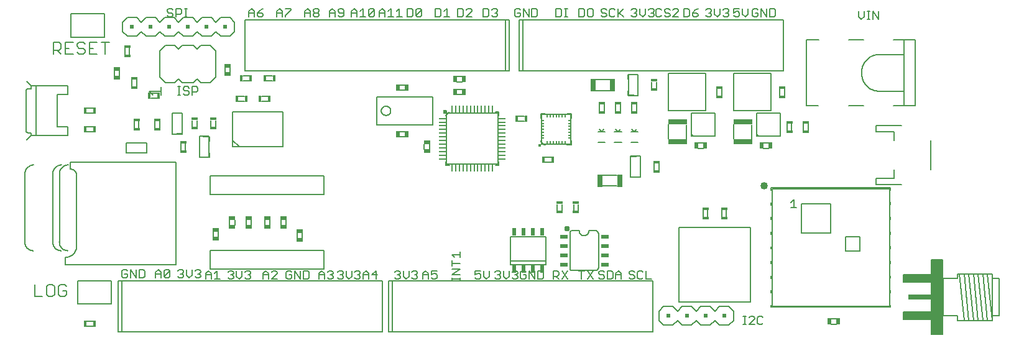
<source format=gto>
G75*
%MOIN*%
%OFA0B0*%
%FSLAX25Y25*%
%IPPOS*%
%LPD*%
%AMOC8*
5,1,8,0,0,1.08239X$1,22.5*
%
%ADD10C,0.00700*%
%ADD11C,0.00500*%
%ADD12C,0.00800*%
%ADD13R,0.10236X0.02953*%
%ADD14R,0.01969X0.03740*%
%ADD15R,0.03740X0.01969*%
%ADD16R,0.02953X0.06693*%
%ADD17R,0.01930X0.04331*%
%ADD18C,0.00600*%
%ADD19R,0.02000X0.02000*%
%ADD20R,0.03400X0.01600*%
%ADD21R,0.01600X0.03400*%
%ADD22R,0.04050X0.02000*%
%ADD23R,0.04000X0.02000*%
%ADD24C,0.00010*%
%ADD25R,0.03937X0.00984*%
%ADD26R,0.00984X0.03937*%
%ADD27C,0.02362*%
%ADD28C,0.04000*%
%ADD29R,0.01575X0.00598*%
%ADD30R,0.00598X0.01575*%
%ADD31C,0.01649*%
%ADD32R,0.12500X0.02500*%
D10*
X0006469Y0030850D02*
X0010672Y0030850D01*
X0012914Y0031901D02*
X0013965Y0030850D01*
X0016067Y0030850D01*
X0017118Y0031901D01*
X0017118Y0036104D01*
X0016067Y0037155D01*
X0013965Y0037155D01*
X0012914Y0036104D01*
X0012914Y0031901D01*
X0019360Y0031901D02*
X0020411Y0030850D01*
X0022512Y0030850D01*
X0023563Y0031901D01*
X0023563Y0034003D01*
X0021462Y0034003D01*
X0019360Y0036104D02*
X0019360Y0031901D01*
X0006469Y0030850D02*
X0006469Y0037155D01*
X0019360Y0036104D02*
X0020411Y0037155D01*
X0022512Y0037155D01*
X0023563Y0036104D01*
X0022914Y0160850D02*
X0027118Y0160850D01*
X0029360Y0161901D02*
X0030411Y0160850D01*
X0032512Y0160850D01*
X0033563Y0161901D01*
X0033563Y0162952D01*
X0032512Y0164003D01*
X0030411Y0164003D01*
X0029360Y0165054D01*
X0029360Y0166104D01*
X0030411Y0167155D01*
X0032512Y0167155D01*
X0033563Y0166104D01*
X0035805Y0167155D02*
X0035805Y0160850D01*
X0040009Y0160850D01*
X0037907Y0164003D02*
X0035805Y0164003D01*
X0035805Y0167155D02*
X0040009Y0167155D01*
X0042251Y0167155D02*
X0046454Y0167155D01*
X0044353Y0167155D02*
X0044353Y0160850D01*
X0027118Y0167155D02*
X0022914Y0167155D01*
X0022914Y0160850D01*
X0020672Y0160850D02*
X0018571Y0162952D01*
X0019621Y0162952D02*
X0016469Y0162952D01*
X0016469Y0160850D02*
X0016469Y0167155D01*
X0019621Y0167155D01*
X0020672Y0166104D01*
X0020672Y0164003D01*
X0019621Y0162952D01*
X0022914Y0164003D02*
X0025016Y0164003D01*
D11*
X0025814Y0169826D02*
X0043924Y0169826D01*
X0043924Y0182424D01*
X0025814Y0182424D01*
X0025814Y0169826D01*
X0073619Y0162500D02*
X0076619Y0165500D01*
X0081619Y0165500D01*
X0083619Y0163500D01*
X0085619Y0165500D01*
X0091619Y0165500D01*
X0093619Y0163500D01*
X0095619Y0165500D01*
X0100619Y0165500D01*
X0103619Y0162500D01*
X0103619Y0148500D01*
X0100619Y0145500D01*
X0095619Y0145500D01*
X0093619Y0147500D01*
X0091619Y0145500D01*
X0085619Y0145500D01*
X0083619Y0147500D01*
X0081619Y0145500D01*
X0076619Y0145500D01*
X0073619Y0148500D01*
X0073619Y0162500D01*
X0119229Y0151720D02*
X0258993Y0151720D01*
X0258993Y0179280D01*
X0119229Y0179280D01*
X0119229Y0151720D01*
X0093920Y0142628D02*
X0093920Y0141127D01*
X0093169Y0140376D01*
X0090917Y0140376D01*
X0090917Y0138875D02*
X0090917Y0143379D01*
X0093169Y0143379D01*
X0093920Y0142628D01*
X0089316Y0142628D02*
X0088565Y0143379D01*
X0087064Y0143379D01*
X0086313Y0142628D01*
X0086313Y0141878D01*
X0087064Y0141127D01*
X0088565Y0141127D01*
X0089316Y0140376D01*
X0089316Y0139626D01*
X0088565Y0138875D01*
X0087064Y0138875D01*
X0086313Y0139626D01*
X0084745Y0138875D02*
X0083244Y0138875D01*
X0083994Y0138875D02*
X0083994Y0143379D01*
X0083244Y0143379D02*
X0084745Y0143379D01*
X0024214Y0143886D02*
X0024214Y0139161D01*
X0018702Y0139161D01*
X0018702Y0121839D01*
X0024214Y0121839D01*
X0024214Y0117114D01*
X0007285Y0117114D01*
X0007285Y0143886D01*
X0024214Y0143886D01*
X0007285Y0143886D02*
X0004529Y0143886D01*
X0004529Y0142311D01*
X0002954Y0142311D01*
X0002894Y0142313D01*
X0002834Y0142311D01*
X0002774Y0142305D01*
X0002715Y0142296D01*
X0002656Y0142282D01*
X0002599Y0142265D01*
X0002542Y0142244D01*
X0002487Y0142220D01*
X0002434Y0142192D01*
X0002383Y0142161D01*
X0002333Y0142126D01*
X0002286Y0142089D01*
X0002242Y0142048D01*
X0002200Y0142005D01*
X0002161Y0141959D01*
X0002126Y0141911D01*
X0002093Y0141860D01*
X0002063Y0141808D01*
X0002037Y0141754D01*
X0002015Y0141698D01*
X0001996Y0141641D01*
X0001981Y0141583D01*
X0001970Y0141524D01*
X0001970Y0119673D01*
X0001968Y0119613D01*
X0001970Y0119553D01*
X0001976Y0119493D01*
X0001985Y0119434D01*
X0001999Y0119375D01*
X0002016Y0119318D01*
X0002037Y0119261D01*
X0002061Y0119206D01*
X0002089Y0119153D01*
X0002120Y0119102D01*
X0002155Y0119052D01*
X0002192Y0119005D01*
X0002233Y0118961D01*
X0002276Y0118919D01*
X0002322Y0118880D01*
X0002370Y0118845D01*
X0002421Y0118812D01*
X0002473Y0118782D01*
X0002527Y0118756D01*
X0002583Y0118734D01*
X0002640Y0118715D01*
X0002698Y0118700D01*
X0002757Y0118689D01*
X0002758Y0118689D02*
X0004529Y0118689D01*
X0004529Y0117114D01*
X0007285Y0117114D01*
X0025518Y0103000D02*
X0025518Y0099063D01*
X0024495Y0101425D02*
X0024360Y0101423D01*
X0024225Y0101417D01*
X0024091Y0101408D01*
X0023957Y0101394D01*
X0023823Y0101377D01*
X0023689Y0101356D01*
X0023557Y0101331D01*
X0023425Y0101302D01*
X0023294Y0101270D01*
X0023164Y0101234D01*
X0023035Y0101194D01*
X0022908Y0101150D01*
X0022781Y0101103D01*
X0022656Y0101052D01*
X0022533Y0100998D01*
X0022411Y0100940D01*
X0022290Y0100879D01*
X0022172Y0100814D01*
X0022056Y0100746D01*
X0021941Y0100675D01*
X0021829Y0100601D01*
X0021718Y0100523D01*
X0021610Y0100442D01*
X0021505Y0100358D01*
X0021401Y0100271D01*
X0021301Y0100181D01*
X0021203Y0100089D01*
X0021107Y0099993D01*
X0021015Y0099895D01*
X0020925Y0099795D01*
X0020838Y0099691D01*
X0020754Y0099586D01*
X0020673Y0099478D01*
X0020595Y0099367D01*
X0020521Y0099255D01*
X0020450Y0099140D01*
X0020382Y0099024D01*
X0020317Y0098906D01*
X0020256Y0098785D01*
X0020198Y0098663D01*
X0020144Y0098540D01*
X0020093Y0098415D01*
X0020046Y0098288D01*
X0020002Y0098161D01*
X0019962Y0098032D01*
X0019926Y0097902D01*
X0019894Y0097771D01*
X0019865Y0097639D01*
X0019840Y0097507D01*
X0019819Y0097373D01*
X0019802Y0097239D01*
X0019788Y0097105D01*
X0019779Y0096971D01*
X0019773Y0096836D01*
X0019771Y0096701D01*
X0019770Y0096701D02*
X0019770Y0060480D01*
X0016226Y0060481D02*
X0016217Y0060346D01*
X0016212Y0060210D01*
X0016210Y0060075D01*
X0016212Y0059940D01*
X0016218Y0059804D01*
X0016228Y0059669D01*
X0016242Y0059535D01*
X0016260Y0059400D01*
X0016282Y0059267D01*
X0016307Y0059134D01*
X0016336Y0059001D01*
X0016369Y0058870D01*
X0016405Y0058740D01*
X0016446Y0058611D01*
X0016490Y0058482D01*
X0016537Y0058356D01*
X0016589Y0058230D01*
X0016643Y0058107D01*
X0016702Y0057984D01*
X0016764Y0057864D01*
X0016829Y0057745D01*
X0016897Y0057628D01*
X0016969Y0057514D01*
X0017044Y0057401D01*
X0017123Y0057291D01*
X0017204Y0057182D01*
X0017288Y0057077D01*
X0017376Y0056973D01*
X0017466Y0056872D01*
X0017559Y0056774D01*
X0017655Y0056679D01*
X0017754Y0056586D01*
X0017855Y0056496D01*
X0017959Y0056409D01*
X0018065Y0056325D01*
X0018174Y0056244D01*
X0018285Y0056167D01*
X0018398Y0056092D01*
X0018513Y0056021D01*
X0018630Y0055953D01*
X0018749Y0055888D01*
X0018870Y0055827D01*
X0018992Y0055769D01*
X0019117Y0055715D01*
X0019242Y0055665D01*
X0019369Y0055618D01*
X0019497Y0055574D01*
X0019627Y0055535D01*
X0019757Y0055499D01*
X0019889Y0055466D01*
X0020021Y0055438D01*
X0020154Y0055413D01*
X0020288Y0055393D01*
X0020423Y0055376D01*
X0020557Y0055362D01*
X0022762Y0051819D02*
X0022919Y0051821D01*
X0023076Y0051827D01*
X0023233Y0051837D01*
X0023389Y0051850D01*
X0023545Y0051868D01*
X0023701Y0051889D01*
X0023856Y0051915D01*
X0024010Y0051944D01*
X0024164Y0051977D01*
X0024316Y0052014D01*
X0024468Y0052054D01*
X0024619Y0052099D01*
X0024768Y0052147D01*
X0024916Y0052199D01*
X0025063Y0052254D01*
X0025209Y0052314D01*
X0025353Y0052376D01*
X0025495Y0052443D01*
X0025636Y0052513D01*
X0025775Y0052586D01*
X0025912Y0052663D01*
X0026047Y0052743D01*
X0026179Y0052827D01*
X0026310Y0052914D01*
X0026439Y0053004D01*
X0026565Y0053097D01*
X0026689Y0053193D01*
X0026811Y0053293D01*
X0026930Y0053395D01*
X0027046Y0053501D01*
X0027160Y0053609D01*
X0027271Y0053720D01*
X0027379Y0053834D01*
X0027485Y0053950D01*
X0027587Y0054069D01*
X0027687Y0054191D01*
X0027783Y0054315D01*
X0027876Y0054441D01*
X0027966Y0054570D01*
X0028053Y0054701D01*
X0028137Y0054833D01*
X0028217Y0054969D01*
X0028294Y0055105D01*
X0028367Y0055244D01*
X0028437Y0055385D01*
X0028504Y0055527D01*
X0028566Y0055671D01*
X0028626Y0055817D01*
X0028681Y0055964D01*
X0028733Y0056112D01*
X0028781Y0056261D01*
X0028826Y0056412D01*
X0028866Y0056564D01*
X0028903Y0056716D01*
X0028936Y0056870D01*
X0028965Y0057024D01*
X0028991Y0057179D01*
X0029012Y0057335D01*
X0029030Y0057491D01*
X0029043Y0057647D01*
X0029053Y0057804D01*
X0029059Y0057961D01*
X0029061Y0058118D01*
X0029062Y0058118D02*
X0029062Y0096307D01*
X0029061Y0096307D02*
X0029046Y0096416D01*
X0029026Y0096525D01*
X0029003Y0096634D01*
X0028976Y0096741D01*
X0028945Y0096848D01*
X0028911Y0096953D01*
X0028873Y0097057D01*
X0028831Y0097160D01*
X0028786Y0097261D01*
X0028737Y0097360D01*
X0028685Y0097458D01*
X0028629Y0097554D01*
X0028570Y0097647D01*
X0028508Y0097739D01*
X0028443Y0097829D01*
X0028374Y0097916D01*
X0028303Y0098001D01*
X0028229Y0098083D01*
X0028151Y0098162D01*
X0028072Y0098239D01*
X0027989Y0098313D01*
X0027904Y0098384D01*
X0027817Y0098452D01*
X0027727Y0098517D01*
X0027635Y0098579D01*
X0027541Y0098637D01*
X0027445Y0098692D01*
X0027347Y0098744D01*
X0027247Y0098793D01*
X0027146Y0098837D01*
X0027043Y0098879D01*
X0026939Y0098916D01*
X0026833Y0098950D01*
X0026727Y0098981D01*
X0026619Y0099007D01*
X0026511Y0099030D01*
X0026402Y0099049D01*
X0026292Y0099064D01*
X0026182Y0099076D01*
X0026071Y0099083D01*
X0025960Y0099087D01*
X0025850Y0099086D01*
X0025739Y0099082D01*
X0025628Y0099074D01*
X0025518Y0099062D01*
X0020951Y0101425D02*
X0020816Y0101423D01*
X0020681Y0101417D01*
X0020547Y0101408D01*
X0020413Y0101394D01*
X0020279Y0101377D01*
X0020145Y0101356D01*
X0020013Y0101331D01*
X0019881Y0101302D01*
X0019750Y0101270D01*
X0019620Y0101234D01*
X0019491Y0101194D01*
X0019364Y0101150D01*
X0019237Y0101103D01*
X0019112Y0101052D01*
X0018989Y0100998D01*
X0018867Y0100940D01*
X0018746Y0100879D01*
X0018628Y0100814D01*
X0018512Y0100746D01*
X0018397Y0100675D01*
X0018285Y0100601D01*
X0018174Y0100523D01*
X0018066Y0100442D01*
X0017961Y0100358D01*
X0017857Y0100271D01*
X0017757Y0100181D01*
X0017659Y0100089D01*
X0017563Y0099993D01*
X0017471Y0099895D01*
X0017381Y0099795D01*
X0017294Y0099691D01*
X0017210Y0099586D01*
X0017129Y0099478D01*
X0017051Y0099367D01*
X0016977Y0099255D01*
X0016906Y0099140D01*
X0016838Y0099024D01*
X0016773Y0098906D01*
X0016712Y0098785D01*
X0016654Y0098663D01*
X0016600Y0098540D01*
X0016549Y0098415D01*
X0016502Y0098288D01*
X0016458Y0098161D01*
X0016418Y0098032D01*
X0016382Y0097902D01*
X0016350Y0097771D01*
X0016321Y0097639D01*
X0016296Y0097507D01*
X0016275Y0097373D01*
X0016258Y0097239D01*
X0016244Y0097105D01*
X0016235Y0096971D01*
X0016229Y0096836D01*
X0016227Y0096701D01*
X0016227Y0060480D01*
X0019770Y0060481D02*
X0019761Y0060346D01*
X0019756Y0060210D01*
X0019754Y0060075D01*
X0019756Y0059940D01*
X0019762Y0059804D01*
X0019772Y0059669D01*
X0019786Y0059535D01*
X0019804Y0059400D01*
X0019826Y0059267D01*
X0019851Y0059134D01*
X0019880Y0059001D01*
X0019913Y0058870D01*
X0019949Y0058740D01*
X0019990Y0058611D01*
X0020034Y0058482D01*
X0020081Y0058356D01*
X0020133Y0058230D01*
X0020187Y0058107D01*
X0020246Y0057984D01*
X0020308Y0057864D01*
X0020373Y0057745D01*
X0020441Y0057628D01*
X0020513Y0057514D01*
X0020588Y0057401D01*
X0020667Y0057291D01*
X0020748Y0057182D01*
X0020832Y0057077D01*
X0020920Y0056973D01*
X0021010Y0056872D01*
X0021103Y0056774D01*
X0021199Y0056679D01*
X0021298Y0056586D01*
X0021399Y0056496D01*
X0021503Y0056409D01*
X0021609Y0056325D01*
X0021718Y0056244D01*
X0021829Y0056167D01*
X0021942Y0056092D01*
X0022057Y0056021D01*
X0022174Y0055953D01*
X0022293Y0055888D01*
X0022414Y0055827D01*
X0022536Y0055769D01*
X0022661Y0055715D01*
X0022786Y0055665D01*
X0022913Y0055618D01*
X0023041Y0055574D01*
X0023171Y0055535D01*
X0023301Y0055499D01*
X0023433Y0055466D01*
X0023565Y0055438D01*
X0023698Y0055413D01*
X0023832Y0055393D01*
X0023967Y0055376D01*
X0024101Y0055362D01*
X0022762Y0051819D02*
X0022762Y0047882D01*
X0082211Y0047882D01*
X0082211Y0103000D01*
X0025518Y0103000D01*
X0005991Y0101425D02*
X0005856Y0101423D01*
X0005721Y0101417D01*
X0005587Y0101408D01*
X0005453Y0101394D01*
X0005319Y0101377D01*
X0005185Y0101356D01*
X0005053Y0101331D01*
X0004921Y0101302D01*
X0004790Y0101270D01*
X0004660Y0101234D01*
X0004531Y0101194D01*
X0004404Y0101150D01*
X0004277Y0101103D01*
X0004152Y0101052D01*
X0004029Y0100998D01*
X0003907Y0100940D01*
X0003786Y0100879D01*
X0003668Y0100814D01*
X0003552Y0100746D01*
X0003437Y0100675D01*
X0003325Y0100601D01*
X0003214Y0100523D01*
X0003106Y0100442D01*
X0003001Y0100358D01*
X0002897Y0100271D01*
X0002797Y0100181D01*
X0002699Y0100089D01*
X0002603Y0099993D01*
X0002511Y0099895D01*
X0002421Y0099795D01*
X0002334Y0099691D01*
X0002250Y0099586D01*
X0002169Y0099478D01*
X0002091Y0099367D01*
X0002017Y0099255D01*
X0001946Y0099140D01*
X0001878Y0099024D01*
X0001813Y0098906D01*
X0001752Y0098785D01*
X0001694Y0098663D01*
X0001640Y0098540D01*
X0001589Y0098415D01*
X0001542Y0098288D01*
X0001498Y0098161D01*
X0001458Y0098032D01*
X0001422Y0097902D01*
X0001390Y0097771D01*
X0001361Y0097639D01*
X0001336Y0097507D01*
X0001315Y0097373D01*
X0001298Y0097239D01*
X0001284Y0097105D01*
X0001275Y0096971D01*
X0001269Y0096836D01*
X0001267Y0096701D01*
X0001266Y0096701D02*
X0001266Y0060480D01*
X0001266Y0060481D02*
X0001257Y0060346D01*
X0001252Y0060210D01*
X0001250Y0060075D01*
X0001252Y0059940D01*
X0001258Y0059804D01*
X0001268Y0059669D01*
X0001282Y0059535D01*
X0001300Y0059400D01*
X0001322Y0059267D01*
X0001347Y0059134D01*
X0001376Y0059001D01*
X0001409Y0058870D01*
X0001445Y0058740D01*
X0001486Y0058611D01*
X0001530Y0058482D01*
X0001577Y0058356D01*
X0001629Y0058230D01*
X0001683Y0058107D01*
X0001742Y0057984D01*
X0001804Y0057864D01*
X0001869Y0057745D01*
X0001937Y0057628D01*
X0002009Y0057514D01*
X0002084Y0057401D01*
X0002163Y0057291D01*
X0002244Y0057182D01*
X0002328Y0057077D01*
X0002416Y0056973D01*
X0002506Y0056872D01*
X0002599Y0056774D01*
X0002695Y0056679D01*
X0002794Y0056586D01*
X0002895Y0056496D01*
X0002999Y0056409D01*
X0003105Y0056325D01*
X0003214Y0056244D01*
X0003325Y0056167D01*
X0003438Y0056092D01*
X0003553Y0056021D01*
X0003670Y0055953D01*
X0003789Y0055888D01*
X0003910Y0055827D01*
X0004032Y0055769D01*
X0004157Y0055715D01*
X0004282Y0055665D01*
X0004409Y0055618D01*
X0004537Y0055574D01*
X0004667Y0055535D01*
X0004797Y0055499D01*
X0004929Y0055466D01*
X0005061Y0055438D01*
X0005194Y0055413D01*
X0005328Y0055393D01*
X0005463Y0055376D01*
X0005597Y0055362D01*
X0029564Y0039299D02*
X0029564Y0026701D01*
X0047674Y0026701D01*
X0047674Y0039299D01*
X0029564Y0039299D01*
X0051276Y0039280D02*
X0053245Y0039280D01*
X0053245Y0011720D01*
X0193009Y0011720D01*
X0193009Y0039280D01*
X0053245Y0039280D01*
X0053994Y0040750D02*
X0055496Y0040750D01*
X0056246Y0041501D01*
X0056246Y0043002D01*
X0054745Y0043002D01*
X0053244Y0044503D02*
X0053244Y0041501D01*
X0053994Y0040750D01*
X0051276Y0039280D02*
X0051276Y0011720D01*
X0053245Y0011720D01*
X0057848Y0040750D02*
X0057848Y0045254D01*
X0060850Y0040750D01*
X0060850Y0045254D01*
X0062452Y0045254D02*
X0064704Y0045254D01*
X0065454Y0044503D01*
X0065454Y0041501D01*
X0064704Y0040750D01*
X0062452Y0040750D01*
X0062452Y0045254D01*
X0056246Y0044503D02*
X0055496Y0045254D01*
X0053994Y0045254D01*
X0053244Y0044503D01*
X0071369Y0043753D02*
X0071369Y0040750D01*
X0071369Y0043002D02*
X0074371Y0043002D01*
X0074371Y0043753D02*
X0072870Y0045254D01*
X0071369Y0043753D01*
X0074371Y0043753D02*
X0074371Y0040750D01*
X0075973Y0041501D02*
X0078975Y0044503D01*
X0078975Y0041501D01*
X0078225Y0040750D01*
X0076723Y0040750D01*
X0075973Y0041501D01*
X0075973Y0044503D01*
X0076723Y0045254D01*
X0078225Y0045254D01*
X0078975Y0044503D01*
X0083244Y0044503D02*
X0083994Y0045254D01*
X0085496Y0045254D01*
X0086246Y0044503D01*
X0086246Y0043753D01*
X0085496Y0043002D01*
X0086246Y0042251D01*
X0086246Y0041501D01*
X0085496Y0040750D01*
X0083994Y0040750D01*
X0083244Y0041501D01*
X0084745Y0043002D02*
X0085496Y0043002D01*
X0087848Y0042251D02*
X0089349Y0040750D01*
X0090850Y0042251D01*
X0090850Y0045254D01*
X0092452Y0044503D02*
X0093202Y0045254D01*
X0094704Y0045254D01*
X0095454Y0044503D01*
X0095454Y0043753D01*
X0094704Y0043002D01*
X0095454Y0042251D01*
X0095454Y0041501D01*
X0094704Y0040750D01*
X0093202Y0040750D01*
X0092452Y0041501D01*
X0093953Y0043002D02*
X0094704Y0043002D01*
X0098244Y0043128D02*
X0099745Y0044629D01*
X0101246Y0043128D01*
X0101246Y0040125D01*
X0102848Y0040125D02*
X0105850Y0040125D01*
X0104349Y0040125D02*
X0104349Y0044629D01*
X0102848Y0043128D01*
X0101246Y0042377D02*
X0098244Y0042377D01*
X0098244Y0043128D02*
X0098244Y0040125D01*
X0087848Y0042251D02*
X0087848Y0045254D01*
X0100725Y0045579D02*
X0102772Y0045579D01*
X0100725Y0045579D02*
X0100725Y0055421D01*
X0113272Y0055421D01*
X0119225Y0055421D02*
X0133012Y0055421D01*
X0139225Y0055421D02*
X0153012Y0055421D01*
X0159465Y0055421D02*
X0161512Y0055421D01*
X0161512Y0045579D01*
X0148965Y0045579D01*
X0148975Y0044629D02*
X0148975Y0040125D01*
X0145973Y0044629D01*
X0145973Y0040125D01*
X0144371Y0040876D02*
X0144371Y0042377D01*
X0142870Y0042377D01*
X0141369Y0043878D02*
X0141369Y0040876D01*
X0142119Y0040125D01*
X0143621Y0040125D01*
X0144371Y0040876D01*
X0150577Y0040125D02*
X0152829Y0040125D01*
X0153579Y0040876D01*
X0153579Y0043878D01*
X0152829Y0044629D01*
X0150577Y0044629D01*
X0150577Y0040125D01*
X0144371Y0043878D02*
X0143621Y0044629D01*
X0142119Y0044629D01*
X0141369Y0043878D01*
X0143351Y0045579D02*
X0128886Y0045579D01*
X0130370Y0044629D02*
X0131871Y0043128D01*
X0131871Y0040125D01*
X0133473Y0040125D02*
X0136475Y0043128D01*
X0136475Y0043878D01*
X0135725Y0044629D01*
X0134223Y0044629D01*
X0133473Y0043878D01*
X0131871Y0042377D02*
X0128869Y0042377D01*
X0128869Y0043128D02*
X0130370Y0044629D01*
X0128869Y0043128D02*
X0128869Y0040125D01*
X0133473Y0040125D02*
X0136475Y0040125D01*
X0122329Y0040876D02*
X0121579Y0040125D01*
X0120077Y0040125D01*
X0119327Y0040876D01*
X0117725Y0041626D02*
X0116224Y0040125D01*
X0114723Y0041626D01*
X0114723Y0044629D01*
X0113121Y0043878D02*
X0113121Y0043128D01*
X0112371Y0042377D01*
X0113121Y0041626D01*
X0113121Y0040876D01*
X0112371Y0040125D01*
X0110869Y0040125D01*
X0110119Y0040876D01*
X0111620Y0042377D02*
X0112371Y0042377D01*
X0113121Y0043878D02*
X0112371Y0044629D01*
X0110869Y0044629D01*
X0110119Y0043878D01*
X0108886Y0045579D02*
X0123351Y0045579D01*
X0122329Y0043878D02*
X0122329Y0043128D01*
X0121579Y0042377D01*
X0122329Y0041626D01*
X0122329Y0040876D01*
X0121579Y0042377D02*
X0120828Y0042377D01*
X0122329Y0043878D02*
X0121579Y0044629D01*
X0120077Y0044629D01*
X0119327Y0043878D01*
X0117725Y0044629D02*
X0117725Y0041626D01*
X0100725Y0045579D02*
X0100725Y0055421D01*
X0161512Y0055421D01*
X0161512Y0045579D01*
X0100725Y0045579D01*
X0158869Y0043128D02*
X0158869Y0040125D01*
X0158869Y0042377D02*
X0161871Y0042377D01*
X0161871Y0043128D02*
X0161871Y0040125D01*
X0163473Y0040876D02*
X0164223Y0040125D01*
X0165725Y0040125D01*
X0166475Y0040876D01*
X0166475Y0041626D01*
X0165725Y0042377D01*
X0164974Y0042377D01*
X0165725Y0042377D02*
X0166475Y0043128D01*
X0166475Y0043878D01*
X0165725Y0044629D01*
X0164223Y0044629D01*
X0163473Y0043878D01*
X0161871Y0043128D02*
X0160370Y0044629D01*
X0158869Y0043128D01*
X0168869Y0043878D02*
X0169619Y0044629D01*
X0171121Y0044629D01*
X0171871Y0043878D01*
X0171871Y0043128D01*
X0171121Y0042377D01*
X0171871Y0041626D01*
X0171871Y0040876D01*
X0171121Y0040125D01*
X0169619Y0040125D01*
X0168869Y0040876D01*
X0170370Y0042377D02*
X0171121Y0042377D01*
X0173473Y0041626D02*
X0174974Y0040125D01*
X0176475Y0041626D01*
X0176475Y0044629D01*
X0178077Y0043878D02*
X0178827Y0044629D01*
X0180329Y0044629D01*
X0181079Y0043878D01*
X0181079Y0043128D01*
X0180329Y0042377D01*
X0181079Y0041626D01*
X0181079Y0040876D01*
X0180329Y0040125D01*
X0178827Y0040125D01*
X0178077Y0040876D01*
X0179578Y0042377D02*
X0180329Y0042377D01*
X0182619Y0042377D02*
X0185621Y0042377D01*
X0185621Y0043128D02*
X0185621Y0040125D01*
X0187223Y0042377D02*
X0190225Y0042377D01*
X0189475Y0040125D02*
X0189475Y0044629D01*
X0187223Y0042377D01*
X0185621Y0043128D02*
X0184120Y0044629D01*
X0182619Y0043128D01*
X0182619Y0040125D01*
X0173473Y0041626D02*
X0173473Y0044629D01*
X0196276Y0039280D02*
X0198245Y0039280D01*
X0198245Y0011720D01*
X0338009Y0011720D01*
X0338009Y0039280D01*
X0198245Y0039280D01*
X0196276Y0039280D02*
X0196276Y0011720D01*
X0198245Y0011720D01*
X0230115Y0039500D02*
X0230115Y0041001D01*
X0230115Y0040251D02*
X0234619Y0040251D01*
X0234619Y0041001D02*
X0234619Y0039500D01*
X0234619Y0042569D02*
X0230115Y0042569D01*
X0234619Y0045572D01*
X0230115Y0045572D01*
X0230115Y0047173D02*
X0230115Y0050176D01*
X0230115Y0048674D02*
X0234619Y0048674D01*
X0234619Y0051777D02*
X0234619Y0054780D01*
X0234619Y0053278D02*
X0230115Y0053278D01*
X0231616Y0051777D01*
X0222100Y0044629D02*
X0219098Y0044629D01*
X0219098Y0042377D01*
X0220599Y0043128D01*
X0221350Y0043128D01*
X0222100Y0042377D01*
X0222100Y0040876D01*
X0221350Y0040125D01*
X0219848Y0040125D01*
X0219098Y0040876D01*
X0217496Y0040125D02*
X0217496Y0043128D01*
X0215995Y0044629D01*
X0214494Y0043128D01*
X0214494Y0040125D01*
X0214494Y0042377D02*
X0217496Y0042377D01*
X0211704Y0043128D02*
X0211704Y0043878D01*
X0210954Y0044629D01*
X0209452Y0044629D01*
X0208702Y0043878D01*
X0207100Y0044629D02*
X0207100Y0041626D01*
X0205599Y0040125D01*
X0204098Y0041626D01*
X0204098Y0044629D01*
X0202496Y0043878D02*
X0202496Y0043128D01*
X0201746Y0042377D01*
X0202496Y0041626D01*
X0202496Y0040876D01*
X0201746Y0040125D01*
X0200244Y0040125D01*
X0199494Y0040876D01*
X0200995Y0042377D02*
X0201746Y0042377D01*
X0202496Y0043878D02*
X0201746Y0044629D01*
X0200244Y0044629D01*
X0199494Y0043878D01*
X0208702Y0040876D02*
X0209452Y0040125D01*
X0210954Y0040125D01*
X0211704Y0040876D01*
X0211704Y0041626D01*
X0210954Y0042377D01*
X0210203Y0042377D01*
X0210954Y0042377D02*
X0211704Y0043128D01*
X0242619Y0042377D02*
X0244120Y0043128D01*
X0244871Y0043128D01*
X0245621Y0042377D01*
X0245621Y0040876D01*
X0244871Y0040125D01*
X0243369Y0040125D01*
X0242619Y0040876D01*
X0242619Y0042377D02*
X0242619Y0044629D01*
X0245621Y0044629D01*
X0247223Y0044629D02*
X0247223Y0041626D01*
X0248724Y0040125D01*
X0250225Y0041626D01*
X0250225Y0044629D01*
X0253244Y0043878D02*
X0253994Y0044629D01*
X0255496Y0044629D01*
X0256246Y0043878D01*
X0256246Y0043128D01*
X0255496Y0042377D01*
X0256246Y0041626D01*
X0256246Y0040876D01*
X0255496Y0040125D01*
X0253994Y0040125D01*
X0253244Y0040876D01*
X0254745Y0042377D02*
X0255496Y0042377D01*
X0257848Y0041626D02*
X0259349Y0040125D01*
X0260850Y0041626D01*
X0260850Y0044629D01*
X0262452Y0043878D02*
X0263202Y0044629D01*
X0264704Y0044629D01*
X0265454Y0043878D01*
X0265454Y0043128D01*
X0264704Y0042377D01*
X0265454Y0041626D01*
X0265454Y0040876D01*
X0264704Y0040125D01*
X0263202Y0040125D01*
X0262452Y0040876D01*
X0263953Y0042377D02*
X0264704Y0042377D01*
X0266994Y0043878D02*
X0266994Y0040876D01*
X0267744Y0040125D01*
X0269246Y0040125D01*
X0269996Y0040876D01*
X0269996Y0042377D01*
X0268495Y0042377D01*
X0266994Y0043878D02*
X0267744Y0044629D01*
X0269246Y0044629D01*
X0269996Y0043878D01*
X0271598Y0044629D02*
X0274600Y0040125D01*
X0274600Y0044629D01*
X0276202Y0044629D02*
X0278454Y0044629D01*
X0279204Y0043878D01*
X0279204Y0040876D01*
X0278454Y0040125D01*
X0276202Y0040125D01*
X0276202Y0044629D01*
X0271598Y0044629D02*
X0271598Y0040125D01*
X0257848Y0041626D02*
X0257848Y0044629D01*
X0284494Y0044629D02*
X0284494Y0040125D01*
X0284494Y0041626D02*
X0286746Y0041626D01*
X0287496Y0042377D01*
X0287496Y0043878D01*
X0286746Y0044629D01*
X0284494Y0044629D01*
X0285995Y0041626D02*
X0287496Y0040125D01*
X0289098Y0040125D02*
X0292100Y0044629D01*
X0289098Y0044629D02*
X0292100Y0040125D01*
X0298244Y0044629D02*
X0301246Y0044629D01*
X0299745Y0044629D02*
X0299745Y0040125D01*
X0302848Y0040125D02*
X0305850Y0044629D01*
X0302848Y0044629D02*
X0305850Y0040125D01*
X0308869Y0040876D02*
X0309619Y0040125D01*
X0311121Y0040125D01*
X0311871Y0040876D01*
X0311871Y0041626D01*
X0311121Y0042377D01*
X0309619Y0042377D01*
X0308869Y0043128D01*
X0308869Y0043878D01*
X0309619Y0044629D01*
X0311121Y0044629D01*
X0311871Y0043878D01*
X0313473Y0044629D02*
X0315725Y0044629D01*
X0316475Y0043878D01*
X0316475Y0040876D01*
X0315725Y0040125D01*
X0313473Y0040125D01*
X0313473Y0044629D01*
X0318077Y0043128D02*
X0319578Y0044629D01*
X0321079Y0043128D01*
X0321079Y0040125D01*
X0321079Y0042377D02*
X0318077Y0042377D01*
X0318077Y0043128D02*
X0318077Y0040125D01*
X0325119Y0040876D02*
X0325869Y0040125D01*
X0327371Y0040125D01*
X0328121Y0040876D01*
X0328121Y0041626D01*
X0327371Y0042377D01*
X0325869Y0042377D01*
X0325119Y0043128D01*
X0325119Y0043878D01*
X0325869Y0044629D01*
X0327371Y0044629D01*
X0328121Y0043878D01*
X0329723Y0043878D02*
X0329723Y0040876D01*
X0330473Y0040125D01*
X0331975Y0040125D01*
X0332725Y0040876D01*
X0334327Y0040125D02*
X0337329Y0040125D01*
X0334327Y0040125D02*
X0334327Y0044629D01*
X0332725Y0043878D02*
X0331975Y0044629D01*
X0330473Y0044629D01*
X0329723Y0043878D01*
X0352024Y0028000D02*
X0352024Y0068000D01*
X0390213Y0068000D01*
X0390213Y0028000D01*
X0352024Y0028000D01*
X0386369Y0020254D02*
X0387870Y0020254D01*
X0387119Y0020254D02*
X0387119Y0015750D01*
X0386369Y0015750D02*
X0387870Y0015750D01*
X0389438Y0015750D02*
X0392441Y0018753D01*
X0392441Y0019503D01*
X0391690Y0020254D01*
X0390189Y0020254D01*
X0389438Y0019503D01*
X0394042Y0019503D02*
X0394042Y0016501D01*
X0394793Y0015750D01*
X0396294Y0015750D01*
X0397045Y0016501D01*
X0392441Y0015750D02*
X0389438Y0015750D01*
X0394042Y0019503D02*
X0394793Y0020254D01*
X0396294Y0020254D01*
X0397045Y0019503D01*
X0401810Y0025566D02*
X0401810Y0088559D01*
X0464802Y0088559D01*
X0464802Y0025566D01*
X0401810Y0025566D01*
X0472369Y0022500D02*
X0472369Y0018500D01*
X0493369Y0018500D01*
X0493369Y0042500D01*
X0472369Y0042500D01*
X0472369Y0038500D01*
X0487369Y0038500D01*
X0487369Y0022500D01*
X0472369Y0022500D01*
X0472369Y0022464D02*
X0493369Y0022464D01*
X0487369Y0022464D01*
X0487369Y0021966D02*
X0493369Y0021966D01*
X0472369Y0021966D01*
X0472369Y0021467D02*
X0493369Y0021467D01*
X0487369Y0021467D01*
X0487369Y0020969D02*
X0493369Y0020969D01*
X0472369Y0020969D01*
X0472369Y0020470D02*
X0493369Y0020470D01*
X0487369Y0020470D01*
X0487369Y0019972D02*
X0493369Y0019972D01*
X0472369Y0019972D01*
X0472369Y0019473D02*
X0493369Y0019473D01*
X0487369Y0019473D01*
X0487369Y0018975D02*
X0493369Y0018975D01*
X0472369Y0018975D01*
X0487369Y0018476D02*
X0493369Y0018476D01*
X0493369Y0017978D02*
X0487369Y0017978D01*
X0487369Y0017479D02*
X0493369Y0017479D01*
X0493369Y0016981D02*
X0487369Y0016981D01*
X0487369Y0016482D02*
X0493369Y0016482D01*
X0493369Y0015984D02*
X0487369Y0015984D01*
X0487369Y0015485D02*
X0493369Y0015485D01*
X0493369Y0014987D02*
X0487369Y0014987D01*
X0487369Y0014488D02*
X0493369Y0014488D01*
X0493369Y0013990D02*
X0487369Y0013990D01*
X0487369Y0013491D02*
X0493369Y0013491D01*
X0493369Y0012993D02*
X0487369Y0012993D01*
X0487369Y0012494D02*
X0493369Y0012494D01*
X0493369Y0011996D02*
X0487369Y0011996D01*
X0487369Y0011497D02*
X0493369Y0011497D01*
X0493369Y0010999D02*
X0487369Y0010999D01*
X0487369Y0010500D02*
X0493369Y0010500D01*
X0493369Y0050500D01*
X0487369Y0050500D01*
X0487369Y0010500D01*
X0493369Y0010500D01*
X0493369Y0022963D02*
X0487369Y0022963D01*
X0493369Y0022963D01*
X0493369Y0023461D02*
X0487369Y0023461D01*
X0493369Y0023461D01*
X0493369Y0023960D02*
X0487369Y0023960D01*
X0493369Y0023960D01*
X0493369Y0024458D02*
X0487369Y0024458D01*
X0493369Y0024458D01*
X0493369Y0024957D02*
X0487369Y0024957D01*
X0493369Y0024957D01*
X0493369Y0025455D02*
X0487369Y0025455D01*
X0493369Y0025455D01*
X0493369Y0025954D02*
X0487369Y0025954D01*
X0493369Y0025954D01*
X0493369Y0026452D02*
X0487369Y0026452D01*
X0493369Y0026452D01*
X0493369Y0026951D02*
X0487369Y0026951D01*
X0493369Y0026951D01*
X0493369Y0027449D02*
X0487369Y0027449D01*
X0493369Y0027449D01*
X0493369Y0027948D02*
X0487369Y0027948D01*
X0493369Y0027948D01*
X0493369Y0028446D02*
X0487369Y0028446D01*
X0493369Y0028446D01*
X0493369Y0028945D02*
X0487369Y0028945D01*
X0493369Y0028945D01*
X0493369Y0029443D02*
X0487369Y0029443D01*
X0493369Y0029443D01*
X0493369Y0029942D02*
X0487369Y0029942D01*
X0493369Y0029942D01*
X0493369Y0030440D02*
X0487369Y0030440D01*
X0493369Y0030440D01*
X0493369Y0030939D02*
X0487369Y0030939D01*
X0493369Y0030939D01*
X0493369Y0031437D02*
X0487369Y0031437D01*
X0493369Y0031437D01*
X0493369Y0031936D02*
X0487369Y0031936D01*
X0493369Y0031936D01*
X0493369Y0032434D02*
X0487369Y0032434D01*
X0493369Y0032434D01*
X0493369Y0032933D02*
X0487369Y0032933D01*
X0493369Y0032933D01*
X0493369Y0033432D02*
X0487369Y0033432D01*
X0493369Y0033432D01*
X0493369Y0033930D02*
X0487369Y0033930D01*
X0493369Y0033930D01*
X0493369Y0034429D02*
X0487369Y0034429D01*
X0493369Y0034429D01*
X0493369Y0034927D02*
X0487369Y0034927D01*
X0493369Y0034927D01*
X0493369Y0035426D02*
X0487369Y0035426D01*
X0493369Y0035426D01*
X0493369Y0035924D02*
X0487369Y0035924D01*
X0493369Y0035924D01*
X0493369Y0036423D02*
X0487369Y0036423D01*
X0493369Y0036423D01*
X0493369Y0036921D02*
X0487369Y0036921D01*
X0493369Y0036921D01*
X0493369Y0037420D02*
X0487369Y0037420D01*
X0493369Y0037420D01*
X0493369Y0037918D02*
X0487369Y0037918D01*
X0493369Y0037918D01*
X0493369Y0038417D02*
X0487369Y0038417D01*
X0493369Y0038417D01*
X0493369Y0038915D02*
X0487369Y0038915D01*
X0487369Y0039414D02*
X0493369Y0039414D01*
X0472369Y0039414D01*
X0472369Y0039912D02*
X0493369Y0039912D01*
X0487369Y0039912D01*
X0487369Y0040411D02*
X0493369Y0040411D01*
X0472369Y0040411D01*
X0472369Y0040909D02*
X0493369Y0040909D01*
X0487369Y0040909D01*
X0487369Y0041408D02*
X0493369Y0041408D01*
X0472369Y0041408D01*
X0472369Y0041906D02*
X0493369Y0041906D01*
X0487369Y0041906D01*
X0487369Y0042405D02*
X0493369Y0042405D01*
X0472369Y0042405D01*
X0472369Y0038915D02*
X0493369Y0038915D01*
X0493369Y0042903D02*
X0487369Y0042903D01*
X0487369Y0043402D02*
X0493369Y0043402D01*
X0493369Y0043900D02*
X0487369Y0043900D01*
X0487369Y0044399D02*
X0493369Y0044399D01*
X0493369Y0044897D02*
X0487369Y0044897D01*
X0487369Y0045396D02*
X0493369Y0045396D01*
X0493369Y0045894D02*
X0487369Y0045894D01*
X0487369Y0046393D02*
X0493369Y0046393D01*
X0493369Y0046891D02*
X0487369Y0046891D01*
X0487369Y0047390D02*
X0493369Y0047390D01*
X0493369Y0047888D02*
X0487369Y0047888D01*
X0487369Y0048387D02*
X0493369Y0048387D01*
X0493369Y0048885D02*
X0487369Y0048885D01*
X0487369Y0049384D02*
X0493369Y0049384D01*
X0493369Y0049882D02*
X0487369Y0049882D01*
X0487369Y0050381D02*
X0493369Y0050381D01*
X0329869Y0113625D02*
X0326119Y0113625D01*
X0321119Y0113625D02*
X0317369Y0113625D01*
X0312369Y0113625D02*
X0308619Y0113625D01*
X0308619Y0119250D02*
X0310494Y0119250D01*
X0309244Y0120500D01*
X0310494Y0119250D02*
X0311744Y0120500D01*
X0312369Y0119250D02*
X0310494Y0119250D01*
X0317369Y0119250D02*
X0319244Y0119250D01*
X0317994Y0120500D01*
X0319244Y0119250D02*
X0320494Y0120500D01*
X0321119Y0119250D02*
X0319244Y0119250D01*
X0326119Y0119250D02*
X0327994Y0119250D01*
X0326744Y0120500D01*
X0327994Y0119250D02*
X0329244Y0120500D01*
X0329869Y0119250D02*
X0327994Y0119250D01*
X0346119Y0130500D02*
X0366119Y0130500D01*
X0366119Y0133000D01*
X0366119Y0150500D01*
X0346119Y0150500D01*
X0346119Y0130500D01*
X0358619Y0129250D02*
X0358619Y0117375D01*
X0359244Y0117375D01*
X0359244Y0116750D01*
X0371119Y0116750D01*
X0371119Y0129250D01*
X0358619Y0129250D01*
X0381119Y0130500D02*
X0401119Y0130500D01*
X0401119Y0133000D01*
X0401119Y0150500D01*
X0381119Y0150500D01*
X0381119Y0130500D01*
X0393619Y0129250D02*
X0393619Y0117375D01*
X0394244Y0117375D01*
X0394244Y0116750D01*
X0406119Y0116750D01*
X0406119Y0129250D01*
X0393619Y0129250D01*
X0393619Y0117375D02*
X0393619Y0116750D01*
X0394244Y0116750D01*
X0359244Y0116750D02*
X0358619Y0116750D01*
X0358619Y0117375D01*
X0293993Y0112626D02*
X0293993Y0128374D01*
X0278245Y0128374D01*
X0278245Y0112626D01*
X0293993Y0112626D01*
X0219869Y0123000D02*
X0219869Y0138000D01*
X0189869Y0138000D01*
X0189869Y0123000D01*
X0219869Y0123000D01*
X0192369Y0130500D02*
X0192371Y0130599D01*
X0192377Y0130699D01*
X0192387Y0130798D01*
X0192401Y0130896D01*
X0192418Y0130994D01*
X0192440Y0131091D01*
X0192465Y0131187D01*
X0192494Y0131282D01*
X0192527Y0131376D01*
X0192564Y0131468D01*
X0192604Y0131559D01*
X0192648Y0131648D01*
X0192696Y0131736D01*
X0192747Y0131821D01*
X0192801Y0131904D01*
X0192858Y0131986D01*
X0192919Y0132064D01*
X0192983Y0132141D01*
X0193049Y0132214D01*
X0193119Y0132285D01*
X0193191Y0132353D01*
X0193266Y0132419D01*
X0193344Y0132481D01*
X0193424Y0132540D01*
X0193506Y0132596D01*
X0193590Y0132648D01*
X0193677Y0132697D01*
X0193765Y0132743D01*
X0193855Y0132785D01*
X0193947Y0132824D01*
X0194040Y0132859D01*
X0194134Y0132890D01*
X0194230Y0132917D01*
X0194327Y0132940D01*
X0194424Y0132960D01*
X0194522Y0132976D01*
X0194621Y0132988D01*
X0194720Y0132996D01*
X0194819Y0133000D01*
X0194919Y0133000D01*
X0195018Y0132996D01*
X0195117Y0132988D01*
X0195216Y0132976D01*
X0195314Y0132960D01*
X0195411Y0132940D01*
X0195508Y0132917D01*
X0195604Y0132890D01*
X0195698Y0132859D01*
X0195791Y0132824D01*
X0195883Y0132785D01*
X0195973Y0132743D01*
X0196061Y0132697D01*
X0196148Y0132648D01*
X0196232Y0132596D01*
X0196314Y0132540D01*
X0196394Y0132481D01*
X0196472Y0132419D01*
X0196547Y0132353D01*
X0196619Y0132285D01*
X0196689Y0132214D01*
X0196755Y0132141D01*
X0196819Y0132064D01*
X0196880Y0131986D01*
X0196937Y0131904D01*
X0196991Y0131821D01*
X0197042Y0131736D01*
X0197090Y0131648D01*
X0197134Y0131559D01*
X0197174Y0131468D01*
X0197211Y0131376D01*
X0197244Y0131282D01*
X0197273Y0131187D01*
X0197298Y0131091D01*
X0197320Y0130994D01*
X0197337Y0130896D01*
X0197351Y0130798D01*
X0197361Y0130699D01*
X0197367Y0130599D01*
X0197369Y0130500D01*
X0197367Y0130401D01*
X0197361Y0130301D01*
X0197351Y0130202D01*
X0197337Y0130104D01*
X0197320Y0130006D01*
X0197298Y0129909D01*
X0197273Y0129813D01*
X0197244Y0129718D01*
X0197211Y0129624D01*
X0197174Y0129532D01*
X0197134Y0129441D01*
X0197090Y0129352D01*
X0197042Y0129264D01*
X0196991Y0129179D01*
X0196937Y0129096D01*
X0196880Y0129014D01*
X0196819Y0128936D01*
X0196755Y0128859D01*
X0196689Y0128786D01*
X0196619Y0128715D01*
X0196547Y0128647D01*
X0196472Y0128581D01*
X0196394Y0128519D01*
X0196314Y0128460D01*
X0196232Y0128404D01*
X0196148Y0128352D01*
X0196061Y0128303D01*
X0195973Y0128257D01*
X0195883Y0128215D01*
X0195791Y0128176D01*
X0195698Y0128141D01*
X0195604Y0128110D01*
X0195508Y0128083D01*
X0195411Y0128060D01*
X0195314Y0128040D01*
X0195216Y0128024D01*
X0195117Y0128012D01*
X0195018Y0128004D01*
X0194919Y0128000D01*
X0194819Y0128000D01*
X0194720Y0128004D01*
X0194621Y0128012D01*
X0194522Y0128024D01*
X0194424Y0128040D01*
X0194327Y0128060D01*
X0194230Y0128083D01*
X0194134Y0128110D01*
X0194040Y0128141D01*
X0193947Y0128176D01*
X0193855Y0128215D01*
X0193765Y0128257D01*
X0193677Y0128303D01*
X0193590Y0128352D01*
X0193506Y0128404D01*
X0193424Y0128460D01*
X0193344Y0128519D01*
X0193266Y0128581D01*
X0193191Y0128647D01*
X0193119Y0128715D01*
X0193049Y0128786D01*
X0192983Y0128859D01*
X0192919Y0128936D01*
X0192858Y0129014D01*
X0192801Y0129096D01*
X0192747Y0129179D01*
X0192696Y0129264D01*
X0192648Y0129352D01*
X0192604Y0129441D01*
X0192564Y0129532D01*
X0192527Y0129624D01*
X0192494Y0129718D01*
X0192465Y0129813D01*
X0192440Y0129909D01*
X0192418Y0130006D01*
X0192401Y0130104D01*
X0192387Y0130202D01*
X0192377Y0130301D01*
X0192371Y0130401D01*
X0192369Y0130500D01*
X0258993Y0151720D02*
X0260961Y0151720D01*
X0260961Y0179280D01*
X0258993Y0179280D01*
X0254600Y0181501D02*
X0253850Y0180750D01*
X0252348Y0180750D01*
X0251598Y0181501D01*
X0249996Y0181501D02*
X0249996Y0184503D01*
X0249246Y0185254D01*
X0246994Y0185254D01*
X0246994Y0180750D01*
X0249246Y0180750D01*
X0249996Y0181501D01*
X0253099Y0183002D02*
X0253850Y0183002D01*
X0254600Y0182251D01*
X0254600Y0181501D01*
X0253850Y0183002D02*
X0254600Y0183753D01*
X0254600Y0184503D01*
X0253850Y0185254D01*
X0252348Y0185254D01*
X0251598Y0184503D01*
X0240850Y0184503D02*
X0240100Y0185254D01*
X0238598Y0185254D01*
X0237848Y0184503D01*
X0236246Y0184503D02*
X0235496Y0185254D01*
X0233244Y0185254D01*
X0233244Y0180750D01*
X0235496Y0180750D01*
X0236246Y0181501D01*
X0236246Y0184503D01*
X0237848Y0180750D02*
X0240850Y0183753D01*
X0240850Y0184503D01*
X0240850Y0180750D02*
X0237848Y0180750D01*
X0228975Y0180750D02*
X0225973Y0180750D01*
X0227474Y0180750D02*
X0227474Y0185254D01*
X0225973Y0183753D01*
X0224371Y0184503D02*
X0223621Y0185254D01*
X0221369Y0185254D01*
X0221369Y0180750D01*
X0223621Y0180750D01*
X0224371Y0181501D01*
X0224371Y0184503D01*
X0213975Y0184503D02*
X0210973Y0181501D01*
X0211723Y0180750D01*
X0213225Y0180750D01*
X0213975Y0181501D01*
X0213975Y0184503D01*
X0213225Y0185254D01*
X0211723Y0185254D01*
X0210973Y0184503D01*
X0210973Y0181501D01*
X0209371Y0181501D02*
X0209371Y0184503D01*
X0208621Y0185254D01*
X0206369Y0185254D01*
X0206369Y0180750D01*
X0208621Y0180750D01*
X0209371Y0181501D01*
X0203579Y0180750D02*
X0200577Y0180750D01*
X0202078Y0180750D02*
X0202078Y0185254D01*
X0200577Y0183753D01*
X0197474Y0185254D02*
X0197474Y0180750D01*
X0195973Y0180750D02*
X0198975Y0180750D01*
X0194371Y0180750D02*
X0194371Y0183753D01*
X0192870Y0185254D01*
X0191369Y0183753D01*
X0191369Y0180750D01*
X0191369Y0183002D02*
X0194371Y0183002D01*
X0195973Y0183753D02*
X0197474Y0185254D01*
X0188579Y0184503D02*
X0185577Y0181501D01*
X0186327Y0180750D01*
X0187829Y0180750D01*
X0188579Y0181501D01*
X0188579Y0184503D01*
X0187829Y0185254D01*
X0186327Y0185254D01*
X0185577Y0184503D01*
X0185577Y0181501D01*
X0183975Y0180750D02*
X0180973Y0180750D01*
X0182474Y0180750D02*
X0182474Y0185254D01*
X0180973Y0183753D01*
X0179371Y0183753D02*
X0179371Y0180750D01*
X0179371Y0183002D02*
X0176369Y0183002D01*
X0176369Y0183753D02*
X0176369Y0180750D01*
X0172100Y0181501D02*
X0172100Y0184503D01*
X0171350Y0185254D01*
X0169848Y0185254D01*
X0169098Y0184503D01*
X0169098Y0183753D01*
X0169848Y0183002D01*
X0172100Y0183002D01*
X0172100Y0181501D02*
X0171350Y0180750D01*
X0169848Y0180750D01*
X0169098Y0181501D01*
X0167496Y0180750D02*
X0167496Y0183753D01*
X0165995Y0185254D01*
X0164494Y0183753D01*
X0164494Y0180750D01*
X0164494Y0183002D02*
X0167496Y0183002D01*
X0158975Y0183753D02*
X0158225Y0183002D01*
X0156723Y0183002D01*
X0155973Y0183753D01*
X0155973Y0184503D01*
X0156723Y0185254D01*
X0158225Y0185254D01*
X0158975Y0184503D01*
X0158975Y0183753D01*
X0158225Y0183002D02*
X0158975Y0182251D01*
X0158975Y0181501D01*
X0158225Y0180750D01*
X0156723Y0180750D01*
X0155973Y0181501D01*
X0155973Y0182251D01*
X0156723Y0183002D01*
X0154371Y0183002D02*
X0151369Y0183002D01*
X0151369Y0183753D02*
X0151369Y0180750D01*
X0154371Y0180750D02*
X0154371Y0183753D01*
X0152870Y0185254D01*
X0151369Y0183753D01*
X0143975Y0184503D02*
X0140973Y0181501D01*
X0140973Y0180750D01*
X0139371Y0180750D02*
X0139371Y0183753D01*
X0137870Y0185254D01*
X0136369Y0183753D01*
X0136369Y0180750D01*
X0136369Y0183002D02*
X0139371Y0183002D01*
X0140973Y0185254D02*
X0143975Y0185254D01*
X0143975Y0184503D01*
X0128975Y0185254D02*
X0127474Y0184503D01*
X0125973Y0183002D01*
X0128225Y0183002D01*
X0128975Y0182251D01*
X0128975Y0181501D01*
X0128225Y0180750D01*
X0126723Y0180750D01*
X0125973Y0181501D01*
X0125973Y0183002D01*
X0124371Y0183002D02*
X0121369Y0183002D01*
X0121369Y0183753D02*
X0121369Y0180750D01*
X0124371Y0180750D02*
X0124371Y0183753D01*
X0122870Y0185254D01*
X0121369Y0183753D01*
X0088328Y0185254D02*
X0086827Y0185254D01*
X0087577Y0185254D02*
X0087577Y0180750D01*
X0086827Y0180750D02*
X0088328Y0180750D01*
X0085225Y0183002D02*
X0084475Y0182251D01*
X0082223Y0182251D01*
X0082223Y0180750D02*
X0082223Y0185254D01*
X0084475Y0185254D01*
X0085225Y0184503D01*
X0085225Y0183002D01*
X0080621Y0182251D02*
X0080621Y0181501D01*
X0079871Y0180750D01*
X0078369Y0180750D01*
X0077619Y0181501D01*
X0078369Y0183002D02*
X0079871Y0183002D01*
X0080621Y0182251D01*
X0080621Y0184503D02*
X0079871Y0185254D01*
X0078369Y0185254D01*
X0077619Y0184503D01*
X0077619Y0183753D01*
X0078369Y0183002D01*
X0176369Y0183753D02*
X0177870Y0185254D01*
X0179371Y0183753D01*
X0263869Y0184503D02*
X0263869Y0181501D01*
X0264619Y0180750D01*
X0266121Y0180750D01*
X0266871Y0181501D01*
X0266871Y0183002D01*
X0265370Y0183002D01*
X0263869Y0184503D02*
X0264619Y0185254D01*
X0266121Y0185254D01*
X0266871Y0184503D01*
X0268473Y0185254D02*
X0271475Y0180750D01*
X0271475Y0185254D01*
X0273077Y0185254D02*
X0275329Y0185254D01*
X0276079Y0184503D01*
X0276079Y0181501D01*
X0275329Y0180750D01*
X0273077Y0180750D01*
X0273077Y0185254D01*
X0268473Y0185254D02*
X0268473Y0180750D01*
X0268245Y0179280D02*
X0266276Y0179280D01*
X0266276Y0151720D01*
X0268245Y0151720D01*
X0268245Y0179280D01*
X0408009Y0179280D01*
X0408009Y0151720D01*
X0268245Y0151720D01*
X0286056Y0180750D02*
X0288308Y0180750D01*
X0289059Y0181501D01*
X0289059Y0184503D01*
X0288308Y0185254D01*
X0286056Y0185254D01*
X0286056Y0180750D01*
X0290660Y0180750D02*
X0292161Y0180750D01*
X0291411Y0180750D02*
X0291411Y0185254D01*
X0292161Y0185254D02*
X0290660Y0185254D01*
X0298244Y0185254D02*
X0300496Y0185254D01*
X0301246Y0184503D01*
X0301246Y0181501D01*
X0300496Y0180750D01*
X0298244Y0180750D01*
X0298244Y0185254D01*
X0302848Y0184503D02*
X0302848Y0181501D01*
X0303598Y0180750D01*
X0305100Y0180750D01*
X0305850Y0181501D01*
X0305850Y0184503D01*
X0305100Y0185254D01*
X0303598Y0185254D01*
X0302848Y0184503D01*
X0310119Y0184503D02*
X0310119Y0183753D01*
X0310869Y0183002D01*
X0312371Y0183002D01*
X0313121Y0182251D01*
X0313121Y0181501D01*
X0312371Y0180750D01*
X0310869Y0180750D01*
X0310119Y0181501D01*
X0314723Y0181501D02*
X0315473Y0180750D01*
X0316975Y0180750D01*
X0317725Y0181501D01*
X0319327Y0182251D02*
X0322329Y0185254D01*
X0319327Y0185254D02*
X0319327Y0180750D01*
X0320077Y0183002D02*
X0322329Y0180750D01*
X0326369Y0181501D02*
X0327119Y0180750D01*
X0328621Y0180750D01*
X0329371Y0181501D01*
X0329371Y0182251D01*
X0328621Y0183002D01*
X0327870Y0183002D01*
X0328621Y0183002D02*
X0329371Y0183753D01*
X0329371Y0184503D01*
X0328621Y0185254D01*
X0327119Y0185254D01*
X0326369Y0184503D01*
X0330973Y0185254D02*
X0330973Y0182251D01*
X0332474Y0180750D01*
X0333975Y0182251D01*
X0333975Y0185254D01*
X0335577Y0184503D02*
X0336327Y0185254D01*
X0337829Y0185254D01*
X0338579Y0184503D01*
X0338579Y0183753D01*
X0337829Y0183002D01*
X0338579Y0182251D01*
X0338579Y0181501D01*
X0337829Y0180750D01*
X0336327Y0180750D01*
X0335577Y0181501D01*
X0337078Y0183002D02*
X0337829Y0183002D01*
X0339494Y0184503D02*
X0339494Y0181501D01*
X0340244Y0180750D01*
X0341746Y0180750D01*
X0342496Y0181501D01*
X0344098Y0181501D02*
X0344848Y0180750D01*
X0346350Y0180750D01*
X0347100Y0181501D01*
X0347100Y0182251D01*
X0346350Y0183002D01*
X0344848Y0183002D01*
X0344098Y0183753D01*
X0344098Y0184503D01*
X0344848Y0185254D01*
X0346350Y0185254D01*
X0347100Y0184503D01*
X0348702Y0184503D02*
X0349452Y0185254D01*
X0350954Y0185254D01*
X0351704Y0184503D01*
X0351704Y0183753D01*
X0348702Y0180750D01*
X0351704Y0180750D01*
X0354494Y0180750D02*
X0356746Y0180750D01*
X0357496Y0181501D01*
X0357496Y0184503D01*
X0356746Y0185254D01*
X0354494Y0185254D01*
X0354494Y0180750D01*
X0359098Y0181501D02*
X0359098Y0183002D01*
X0361350Y0183002D01*
X0362100Y0182251D01*
X0362100Y0181501D01*
X0361350Y0180750D01*
X0359848Y0180750D01*
X0359098Y0181501D01*
X0359098Y0183002D02*
X0360599Y0184503D01*
X0362100Y0185254D01*
X0366369Y0184503D02*
X0367119Y0185254D01*
X0368621Y0185254D01*
X0369371Y0184503D01*
X0369371Y0183753D01*
X0368621Y0183002D01*
X0369371Y0182251D01*
X0369371Y0181501D01*
X0368621Y0180750D01*
X0367119Y0180750D01*
X0366369Y0181501D01*
X0367870Y0183002D02*
X0368621Y0183002D01*
X0370973Y0182251D02*
X0372474Y0180750D01*
X0373975Y0182251D01*
X0373975Y0185254D01*
X0375577Y0184503D02*
X0376327Y0185254D01*
X0377829Y0185254D01*
X0378579Y0184503D01*
X0378579Y0183753D01*
X0377829Y0183002D01*
X0378579Y0182251D01*
X0378579Y0181501D01*
X0377829Y0180750D01*
X0376327Y0180750D01*
X0375577Y0181501D01*
X0377078Y0183002D02*
X0377829Y0183002D01*
X0381369Y0183002D02*
X0382870Y0183753D01*
X0383621Y0183753D01*
X0384371Y0183002D01*
X0384371Y0181501D01*
X0383621Y0180750D01*
X0382119Y0180750D01*
X0381369Y0181501D01*
X0381369Y0183002D02*
X0381369Y0185254D01*
X0384371Y0185254D01*
X0385973Y0185254D02*
X0385973Y0182251D01*
X0387474Y0180750D01*
X0388975Y0182251D01*
X0388975Y0185254D01*
X0391369Y0184503D02*
X0391369Y0181501D01*
X0392119Y0180750D01*
X0393621Y0180750D01*
X0394371Y0181501D01*
X0394371Y0183002D01*
X0392870Y0183002D01*
X0391369Y0184503D02*
X0392119Y0185254D01*
X0393621Y0185254D01*
X0394371Y0184503D01*
X0395973Y0185254D02*
X0398975Y0180750D01*
X0398975Y0185254D01*
X0400577Y0185254D02*
X0402829Y0185254D01*
X0403579Y0184503D01*
X0403579Y0181501D01*
X0402829Y0180750D01*
X0400577Y0180750D01*
X0400577Y0185254D01*
X0395973Y0185254D02*
X0395973Y0180750D01*
X0370973Y0182251D02*
X0370973Y0185254D01*
X0342496Y0184503D02*
X0341746Y0185254D01*
X0340244Y0185254D01*
X0339494Y0184503D01*
X0317725Y0184503D02*
X0316975Y0185254D01*
X0315473Y0185254D01*
X0314723Y0184503D01*
X0314723Y0181501D01*
X0313121Y0184503D02*
X0312371Y0185254D01*
X0310869Y0185254D01*
X0310119Y0184503D01*
X0448244Y0184004D02*
X0448244Y0181001D01*
X0449745Y0179500D01*
X0451246Y0181001D01*
X0451246Y0184004D01*
X0452848Y0184004D02*
X0454349Y0184004D01*
X0453598Y0184004D02*
X0453598Y0179500D01*
X0452848Y0179500D02*
X0454349Y0179500D01*
X0455917Y0179500D02*
X0455917Y0184004D01*
X0458920Y0179500D01*
X0458920Y0184004D01*
X0161512Y0095421D02*
X0161512Y0085579D01*
X0148965Y0085579D01*
X0143351Y0085579D02*
X0128886Y0085579D01*
X0123351Y0085579D02*
X0108886Y0085579D01*
X0102772Y0085579D02*
X0100725Y0085579D01*
X0100725Y0095421D01*
X0113272Y0095421D01*
X0119225Y0095421D02*
X0133012Y0095421D01*
X0139225Y0095421D02*
X0153012Y0095421D01*
X0159465Y0095421D02*
X0161512Y0095421D01*
X0100725Y0095421D01*
X0100725Y0085579D01*
X0161512Y0085579D01*
X0161512Y0095421D01*
D12*
X0037820Y0014823D02*
X0034418Y0014823D01*
X0034418Y0017427D02*
X0037820Y0017427D01*
X0147269Y0062223D02*
X0147269Y0065027D01*
X0150020Y0065027D02*
X0150020Y0062223D01*
X0141270Y0069098D02*
X0141270Y0071902D01*
X0138519Y0071902D02*
X0138519Y0069098D01*
X0132520Y0069098D02*
X0132520Y0071902D01*
X0129769Y0071902D02*
X0129769Y0069098D01*
X0122520Y0069098D02*
X0122520Y0071902D01*
X0119769Y0071902D02*
X0119769Y0069098D01*
X0113770Y0069098D02*
X0113770Y0071902D01*
X0111019Y0071902D02*
X0111019Y0069098D01*
X0105020Y0065652D02*
X0105020Y0062848D01*
X0102269Y0062848D02*
X0102269Y0065652D01*
X0100125Y0105613D02*
X0096975Y0105613D01*
X0100125Y0105613D02*
X0100125Y0107975D01*
X0112733Y0111051D02*
X0116119Y0111051D01*
X0112733Y0114500D01*
X0112733Y0129949D01*
X0139505Y0129949D01*
X0139505Y0111051D01*
X0116119Y0111051D01*
X0112733Y0111051D02*
X0112733Y0114500D01*
X0100125Y0114275D02*
X0100125Y0116637D01*
X0096975Y0116637D01*
X0087420Y0112826D02*
X0087420Y0109424D01*
X0084817Y0109424D02*
X0084817Y0112826D01*
X0085750Y0118113D02*
X0082600Y0118113D01*
X0085750Y0118113D02*
X0085750Y0120475D01*
X0091067Y0121924D02*
X0091067Y0125326D01*
X0093670Y0125326D02*
X0093670Y0121924D01*
X0101067Y0121924D02*
X0101067Y0125326D01*
X0103670Y0125326D02*
X0103670Y0121924D01*
X0085750Y0126775D02*
X0085750Y0129137D01*
X0082600Y0129137D01*
X0073670Y0124701D02*
X0073670Y0121299D01*
X0071067Y0121299D02*
X0071067Y0124701D01*
X0062420Y0124701D02*
X0062420Y0121299D01*
X0059817Y0121299D02*
X0059817Y0124701D01*
X0037820Y0121802D02*
X0034418Y0121802D01*
X0034418Y0119198D02*
X0037820Y0119198D01*
X0024214Y0117114D02*
X0017915Y0117114D01*
X0024214Y0117114D02*
X0024214Y0121839D01*
X0018702Y0121839D01*
X0018702Y0139161D01*
X0024214Y0139161D01*
X0024214Y0143886D01*
X0017915Y0143886D01*
X0007285Y0143886D02*
X0007285Y0117114D01*
X0004529Y0117114D02*
X0002167Y0114752D01*
X0034418Y0129198D02*
X0037820Y0129198D01*
X0037820Y0131802D02*
X0034418Y0131802D01*
X0058567Y0143799D02*
X0058567Y0147201D01*
X0061170Y0147201D02*
X0061170Y0143799D01*
X0051843Y0149098D02*
X0051843Y0151902D01*
X0049093Y0151902D02*
X0049093Y0149098D01*
X0068793Y0139927D02*
X0072195Y0139927D01*
X0072195Y0137323D02*
X0068793Y0137323D01*
X0108468Y0150973D02*
X0108468Y0153777D01*
X0111218Y0153777D02*
X0111218Y0150973D01*
X0118168Y0149302D02*
X0121570Y0149302D01*
X0121570Y0146698D02*
X0118168Y0146698D01*
X0130668Y0146698D02*
X0134070Y0146698D01*
X0134070Y0149302D02*
X0130668Y0149302D01*
X0131570Y0138052D02*
X0128168Y0138052D01*
X0128168Y0135448D02*
X0131570Y0135448D01*
X0119070Y0135448D02*
X0115668Y0135448D01*
X0115668Y0138052D02*
X0119070Y0138052D01*
X0057420Y0160674D02*
X0057420Y0164076D01*
X0054817Y0164076D02*
X0054817Y0160674D01*
X0056119Y0170500D02*
X0053619Y0173000D01*
X0053619Y0178000D01*
X0056119Y0180500D01*
X0061119Y0180500D01*
X0063619Y0178000D01*
X0066119Y0180500D01*
X0071119Y0180500D01*
X0073619Y0178000D01*
X0076119Y0180500D01*
X0081119Y0180500D01*
X0083619Y0178000D01*
X0086119Y0180500D01*
X0091119Y0180500D01*
X0093619Y0178000D01*
X0096119Y0180500D01*
X0101119Y0180500D01*
X0103619Y0178000D01*
X0106119Y0180500D01*
X0111119Y0180500D01*
X0113619Y0178000D01*
X0113619Y0173000D01*
X0111119Y0170500D01*
X0106119Y0170500D01*
X0103619Y0173000D01*
X0101119Y0170500D01*
X0096119Y0170500D01*
X0093619Y0173000D01*
X0091119Y0170500D01*
X0086119Y0170500D01*
X0083619Y0173000D01*
X0081119Y0170500D01*
X0076119Y0170500D01*
X0073619Y0173000D01*
X0071119Y0170500D01*
X0066119Y0170500D01*
X0063619Y0173000D01*
X0061119Y0170500D01*
X0056119Y0170500D01*
X0004529Y0143886D02*
X0002167Y0146248D01*
X0055607Y0110894D02*
X0055607Y0107744D01*
X0057969Y0107744D01*
X0064268Y0107744D02*
X0066631Y0107744D01*
X0066631Y0110894D01*
X0202217Y0116599D02*
X0205020Y0116599D01*
X0205020Y0119350D02*
X0202217Y0119350D01*
X0215394Y0112527D02*
X0215394Y0109723D01*
X0218145Y0109723D02*
X0218145Y0112527D01*
X0226839Y0103189D02*
X0226839Y0101220D01*
X0228808Y0101220D01*
X0253430Y0101220D02*
X0255398Y0101220D01*
X0255398Y0103189D01*
X0280043Y0102948D02*
X0283445Y0102948D01*
X0283445Y0105552D02*
X0280043Y0105552D01*
X0280213Y0112232D02*
X0279426Y0112232D01*
X0277851Y0113807D01*
X0277851Y0114594D01*
X0292024Y0112232D02*
X0294386Y0112232D01*
X0294386Y0114594D01*
X0294386Y0126406D02*
X0294386Y0128768D01*
X0292024Y0128768D01*
X0280213Y0128768D02*
X0277851Y0128768D01*
X0277851Y0126406D01*
X0269070Y0127427D02*
X0265668Y0127427D01*
X0265668Y0124823D02*
X0269070Y0124823D01*
X0255398Y0127811D02*
X0255398Y0129780D01*
X0253430Y0129780D01*
X0235645Y0139150D02*
X0232842Y0139150D01*
X0232842Y0141901D02*
X0235645Y0141901D01*
X0235645Y0146025D02*
X0232842Y0146025D01*
X0232842Y0148776D02*
X0235645Y0148776D01*
X0205020Y0144350D02*
X0202217Y0144350D01*
X0202217Y0141599D02*
X0205020Y0141599D01*
X0226839Y0127811D02*
X0228808Y0129780D01*
X0307320Y0141352D02*
X0314918Y0141352D01*
X0324613Y0141100D02*
X0324613Y0138738D01*
X0327762Y0138738D01*
X0337317Y0142549D02*
X0337317Y0145951D01*
X0339920Y0145951D02*
X0339920Y0142549D01*
X0324613Y0147400D02*
X0324613Y0149762D01*
X0327762Y0149762D01*
X0314918Y0147148D02*
X0307320Y0147148D01*
X0309192Y0133763D02*
X0309192Y0130362D01*
X0311795Y0130362D02*
X0311795Y0133763D01*
X0317942Y0133763D02*
X0317942Y0130362D01*
X0320545Y0130362D02*
X0320545Y0133763D01*
X0326692Y0133763D02*
X0326692Y0130362D01*
X0329295Y0130362D02*
X0329295Y0133763D01*
X0346419Y0123150D02*
X0346419Y0115550D01*
X0355819Y0115350D02*
X0355819Y0122950D01*
X0381419Y0123150D02*
X0381419Y0115550D01*
X0390819Y0115350D02*
X0390819Y0122950D01*
X0409817Y0123451D02*
X0409817Y0120049D01*
X0412420Y0120049D02*
X0412420Y0123451D01*
X0418567Y0123451D02*
X0418567Y0120049D01*
X0421170Y0120049D02*
X0421170Y0123451D01*
X0420349Y0133096D02*
X0426648Y0133096D01*
X0420349Y0133096D02*
X0420349Y0168529D01*
X0427041Y0168529D01*
X0442790Y0168529D02*
X0451057Y0168529D01*
X0466805Y0168529D02*
X0472711Y0168529D01*
X0472711Y0160655D01*
X0458931Y0160655D01*
X0472711Y0160655D02*
X0472711Y0140970D01*
X0458931Y0140970D01*
X0472711Y0140970D02*
X0472711Y0133096D01*
X0466805Y0133096D01*
X0472711Y0133096D02*
X0478616Y0133096D01*
X0478616Y0168529D01*
X0472711Y0168529D01*
X0458931Y0160656D02*
X0458703Y0160643D01*
X0458476Y0160624D01*
X0458249Y0160600D01*
X0458023Y0160571D01*
X0457798Y0160536D01*
X0457574Y0160496D01*
X0457351Y0160450D01*
X0457128Y0160399D01*
X0456908Y0160343D01*
X0456688Y0160281D01*
X0456470Y0160214D01*
X0456254Y0160142D01*
X0456040Y0160064D01*
X0455828Y0159982D01*
X0455617Y0159894D01*
X0455409Y0159801D01*
X0455203Y0159703D01*
X0455000Y0159601D01*
X0454799Y0159493D01*
X0454601Y0159381D01*
X0454405Y0159263D01*
X0454213Y0159142D01*
X0454023Y0159015D01*
X0453836Y0158884D01*
X0453653Y0158749D01*
X0453473Y0158609D01*
X0453297Y0158464D01*
X0453124Y0158316D01*
X0452955Y0158163D01*
X0452789Y0158007D01*
X0452627Y0157846D01*
X0452469Y0157682D01*
X0452316Y0157514D01*
X0452166Y0157342D01*
X0452020Y0157166D01*
X0451879Y0156987D01*
X0451742Y0156805D01*
X0451610Y0156620D01*
X0451482Y0156431D01*
X0451359Y0156239D01*
X0451240Y0156045D01*
X0451126Y0155847D01*
X0451017Y0155647D01*
X0450913Y0155445D01*
X0450814Y0155239D01*
X0450720Y0155032D01*
X0450630Y0154822D01*
X0450546Y0154610D01*
X0450467Y0154397D01*
X0450393Y0154181D01*
X0450325Y0153964D01*
X0450261Y0153745D01*
X0450203Y0153524D01*
X0450151Y0153303D01*
X0450103Y0153080D01*
X0450061Y0152856D01*
X0450025Y0152631D01*
X0449994Y0152405D01*
X0449968Y0152178D01*
X0449948Y0151951D01*
X0449934Y0151724D01*
X0449925Y0151496D01*
X0449921Y0151268D01*
X0449923Y0151041D01*
X0449930Y0150813D01*
X0449930Y0150812D02*
X0449923Y0150584D01*
X0449921Y0150357D01*
X0449925Y0150129D01*
X0449934Y0149901D01*
X0449948Y0149674D01*
X0449968Y0149447D01*
X0449994Y0149220D01*
X0450025Y0148994D01*
X0450061Y0148769D01*
X0450103Y0148545D01*
X0450151Y0148322D01*
X0450203Y0148101D01*
X0450261Y0147880D01*
X0450325Y0147661D01*
X0450393Y0147444D01*
X0450467Y0147228D01*
X0450546Y0147015D01*
X0450630Y0146803D01*
X0450720Y0146593D01*
X0450814Y0146386D01*
X0450913Y0146180D01*
X0451017Y0145978D01*
X0451126Y0145778D01*
X0451240Y0145580D01*
X0451359Y0145386D01*
X0451482Y0145194D01*
X0451610Y0145005D01*
X0451742Y0144820D01*
X0451879Y0144638D01*
X0452020Y0144459D01*
X0452166Y0144283D01*
X0452316Y0144111D01*
X0452469Y0143943D01*
X0452627Y0143779D01*
X0452789Y0143618D01*
X0452955Y0143462D01*
X0453124Y0143309D01*
X0453297Y0143161D01*
X0453473Y0143016D01*
X0453653Y0142876D01*
X0453836Y0142741D01*
X0454023Y0142610D01*
X0454213Y0142483D01*
X0454405Y0142362D01*
X0454601Y0142244D01*
X0454799Y0142132D01*
X0455000Y0142024D01*
X0455203Y0141922D01*
X0455409Y0141824D01*
X0455617Y0141731D01*
X0455828Y0141643D01*
X0456040Y0141561D01*
X0456254Y0141483D01*
X0456470Y0141411D01*
X0456688Y0141344D01*
X0456908Y0141282D01*
X0457128Y0141226D01*
X0457351Y0141175D01*
X0457574Y0141129D01*
X0457798Y0141089D01*
X0458023Y0141054D01*
X0458249Y0141025D01*
X0458476Y0141001D01*
X0458703Y0140982D01*
X0458931Y0140969D01*
X0451057Y0133096D02*
X0442790Y0133096D01*
X0457465Y0122498D02*
X0457465Y0119348D01*
X0467307Y0119348D01*
X0467307Y0114624D01*
X0486992Y0114624D02*
X0486992Y0098876D01*
X0467307Y0098876D02*
X0467307Y0094152D01*
X0457465Y0094152D01*
X0457465Y0091002D01*
X0471244Y0091002D01*
X0465302Y0089059D02*
X0465302Y0088003D01*
X0465302Y0089059D02*
X0401310Y0089059D01*
X0401310Y0088003D01*
X0401310Y0081300D02*
X0401310Y0080000D01*
X0417558Y0080685D02*
X0433306Y0080685D01*
X0433306Y0064937D01*
X0417558Y0064937D01*
X0417558Y0080685D01*
X0401310Y0073425D02*
X0401310Y0072125D01*
X0401310Y0065551D02*
X0401310Y0064251D01*
X0401310Y0057677D02*
X0401310Y0056377D01*
X0401310Y0049803D02*
X0401310Y0048503D01*
X0401310Y0041929D02*
X0401310Y0040629D01*
X0401310Y0034055D02*
X0401310Y0032755D01*
X0401310Y0026122D02*
X0401310Y0025066D01*
X0465302Y0025066D01*
X0465302Y0026122D01*
X0465302Y0032825D02*
X0465302Y0034125D01*
X0465302Y0040700D02*
X0465302Y0042000D01*
X0465302Y0048574D02*
X0465302Y0049874D01*
X0465302Y0056448D02*
X0465302Y0057748D01*
X0449054Y0055094D02*
X0449054Y0062968D01*
X0441180Y0062968D01*
X0441180Y0055094D01*
X0449054Y0055094D01*
X0465302Y0064322D02*
X0465302Y0065622D01*
X0465302Y0072196D02*
X0465302Y0073496D01*
X0465302Y0080070D02*
X0465302Y0081370D01*
X0400020Y0110349D02*
X0397217Y0110349D01*
X0397217Y0113100D02*
X0400020Y0113100D01*
X0365020Y0113100D02*
X0362217Y0113100D01*
X0362217Y0110349D02*
X0365020Y0110349D01*
X0341170Y0102201D02*
X0341170Y0098799D01*
X0338567Y0098799D02*
X0338567Y0102201D01*
X0329012Y0106012D02*
X0325863Y0106012D01*
X0325863Y0103650D01*
X0325863Y0097350D02*
X0325863Y0094988D01*
X0329012Y0094988D01*
X0318668Y0095898D02*
X0311070Y0095898D01*
X0311070Y0090102D02*
X0318668Y0090102D01*
X0298045Y0080326D02*
X0298045Y0076924D01*
X0295442Y0076924D02*
X0295442Y0080326D01*
X0289295Y0080326D02*
X0289295Y0076924D01*
X0286692Y0076924D02*
X0286692Y0080326D01*
X0294562Y0066200D02*
X0298519Y0066200D01*
X0298519Y0066000D02*
X0298521Y0065902D01*
X0298527Y0065804D01*
X0298536Y0065706D01*
X0298550Y0065609D01*
X0298567Y0065512D01*
X0298588Y0065416D01*
X0298613Y0065321D01*
X0298641Y0065227D01*
X0298674Y0065135D01*
X0298709Y0065043D01*
X0298749Y0064953D01*
X0298791Y0064865D01*
X0298838Y0064778D01*
X0298887Y0064694D01*
X0298940Y0064611D01*
X0298996Y0064531D01*
X0299056Y0064452D01*
X0299118Y0064376D01*
X0299183Y0064303D01*
X0299251Y0064232D01*
X0299322Y0064164D01*
X0299395Y0064099D01*
X0299471Y0064037D01*
X0299550Y0063977D01*
X0299630Y0063921D01*
X0299713Y0063868D01*
X0299797Y0063819D01*
X0299884Y0063772D01*
X0299972Y0063730D01*
X0300062Y0063690D01*
X0300154Y0063655D01*
X0300246Y0063622D01*
X0300340Y0063594D01*
X0300435Y0063569D01*
X0300531Y0063548D01*
X0300628Y0063531D01*
X0300725Y0063517D01*
X0300823Y0063508D01*
X0300921Y0063502D01*
X0301019Y0063500D01*
X0301117Y0063502D01*
X0301215Y0063508D01*
X0301313Y0063517D01*
X0301410Y0063531D01*
X0301507Y0063548D01*
X0301603Y0063569D01*
X0301698Y0063594D01*
X0301792Y0063622D01*
X0301884Y0063655D01*
X0301976Y0063690D01*
X0302066Y0063730D01*
X0302154Y0063772D01*
X0302241Y0063819D01*
X0302325Y0063868D01*
X0302408Y0063921D01*
X0302488Y0063977D01*
X0302567Y0064037D01*
X0302643Y0064099D01*
X0302716Y0064164D01*
X0302787Y0064232D01*
X0302855Y0064303D01*
X0302920Y0064376D01*
X0302982Y0064452D01*
X0303042Y0064531D01*
X0303098Y0064611D01*
X0303151Y0064694D01*
X0303200Y0064778D01*
X0303247Y0064865D01*
X0303289Y0064953D01*
X0303329Y0065043D01*
X0303364Y0065135D01*
X0303397Y0065227D01*
X0303425Y0065321D01*
X0303450Y0065416D01*
X0303471Y0065512D01*
X0303488Y0065609D01*
X0303502Y0065706D01*
X0303511Y0065804D01*
X0303517Y0065902D01*
X0303519Y0066000D01*
X0303519Y0066200D02*
X0306838Y0066200D01*
X0306888Y0066201D02*
X0306969Y0066208D01*
X0307050Y0066212D01*
X0307131Y0066211D01*
X0307213Y0066207D01*
X0307293Y0066199D01*
X0307374Y0066187D01*
X0307454Y0066172D01*
X0307533Y0066152D01*
X0307611Y0066129D01*
X0307687Y0066102D01*
X0307763Y0066072D01*
X0307837Y0066038D01*
X0307909Y0066000D01*
X0307979Y0065959D01*
X0308047Y0065915D01*
X0308113Y0065868D01*
X0308177Y0065817D01*
X0308238Y0065764D01*
X0308297Y0065707D01*
X0308353Y0065648D01*
X0308406Y0065587D01*
X0308456Y0065523D01*
X0308503Y0065456D01*
X0308547Y0065388D01*
X0308587Y0065317D01*
X0308624Y0065245D01*
X0308658Y0065171D01*
X0308687Y0065095D01*
X0308714Y0065018D01*
X0308736Y0064940D01*
X0308755Y0064861D01*
X0308770Y0064781D01*
X0308782Y0064700D01*
X0308781Y0064700D02*
X0308781Y0046300D01*
X0308782Y0046300D02*
X0308780Y0046224D01*
X0308774Y0046149D01*
X0308765Y0046073D01*
X0308751Y0045998D01*
X0308734Y0045924D01*
X0308713Y0045851D01*
X0308689Y0045779D01*
X0308661Y0045709D01*
X0308629Y0045640D01*
X0308594Y0045572D01*
X0308555Y0045507D01*
X0308513Y0045443D01*
X0308468Y0045382D01*
X0308420Y0045323D01*
X0308369Y0045267D01*
X0308315Y0045213D01*
X0308259Y0045162D01*
X0308200Y0045114D01*
X0308139Y0045069D01*
X0308075Y0045027D01*
X0308010Y0044988D01*
X0307942Y0044953D01*
X0307873Y0044921D01*
X0307803Y0044893D01*
X0307731Y0044869D01*
X0307658Y0044848D01*
X0307584Y0044831D01*
X0307509Y0044817D01*
X0307433Y0044808D01*
X0307358Y0044802D01*
X0307282Y0044800D01*
X0307281Y0044800D02*
X0294956Y0044800D01*
X0294885Y0044791D01*
X0294814Y0044786D01*
X0294742Y0044785D01*
X0294671Y0044788D01*
X0294600Y0044795D01*
X0294529Y0044805D01*
X0294460Y0044819D01*
X0294390Y0044838D01*
X0294322Y0044859D01*
X0294256Y0044885D01*
X0294191Y0044914D01*
X0294127Y0044946D01*
X0294065Y0044982D01*
X0294006Y0045021D01*
X0293948Y0045064D01*
X0293893Y0045109D01*
X0293841Y0045158D01*
X0293791Y0045209D01*
X0293744Y0045262D01*
X0293700Y0045319D01*
X0293659Y0045377D01*
X0293621Y0045438D01*
X0293587Y0045500D01*
X0293556Y0045565D01*
X0293529Y0045631D01*
X0293505Y0045698D01*
X0293485Y0045766D01*
X0293468Y0045836D01*
X0293456Y0045906D01*
X0293456Y0064700D01*
X0293447Y0064770D01*
X0293442Y0064842D01*
X0293441Y0064913D01*
X0293444Y0064984D01*
X0293451Y0065055D01*
X0293461Y0065126D01*
X0293475Y0065196D01*
X0293493Y0065265D01*
X0293515Y0065333D01*
X0293541Y0065400D01*
X0293570Y0065465D01*
X0293602Y0065528D01*
X0293638Y0065590D01*
X0293677Y0065650D01*
X0293720Y0065707D01*
X0293765Y0065762D01*
X0293813Y0065815D01*
X0293865Y0065865D01*
X0293918Y0065912D01*
X0293974Y0065956D01*
X0294033Y0065996D01*
X0294094Y0066034D01*
X0294156Y0066068D01*
X0294220Y0066099D01*
X0294286Y0066127D01*
X0294354Y0066150D01*
X0294422Y0066170D01*
X0294492Y0066187D01*
X0294562Y0066199D01*
X0280568Y0062980D02*
X0261670Y0062980D01*
X0261670Y0049988D01*
X0280568Y0049988D01*
X0280568Y0048020D01*
X0261670Y0048020D01*
X0261670Y0049988D01*
X0280568Y0049988D02*
X0280568Y0062980D01*
X0364817Y0073799D02*
X0364817Y0077201D01*
X0367420Y0077201D02*
X0367420Y0073799D01*
X0374817Y0073799D02*
X0374817Y0077201D01*
X0377420Y0077201D02*
X0377420Y0073799D01*
X0493619Y0040500D02*
X0501119Y0040500D01*
X0501119Y0043000D01*
X0504869Y0043000D01*
X0507369Y0018000D01*
X0504869Y0018000D01*
X0502369Y0043000D01*
X0504869Y0043000D02*
X0507369Y0043000D01*
X0509869Y0018000D01*
X0507369Y0018000D01*
X0509869Y0018000D02*
X0512369Y0018000D01*
X0509869Y0043000D01*
X0512369Y0043000D01*
X0514869Y0018000D01*
X0512369Y0018000D01*
X0514869Y0018000D02*
X0517369Y0018000D01*
X0514869Y0043000D01*
X0517369Y0043000D01*
X0519869Y0018000D01*
X0517369Y0018000D01*
X0519869Y0018000D02*
X0519869Y0020500D01*
X0519869Y0040500D01*
X0523619Y0040500D01*
X0523619Y0020500D01*
X0519869Y0020500D01*
X0504869Y0018000D02*
X0501119Y0018000D01*
X0501119Y0020500D01*
X0493619Y0020500D01*
X0493619Y0040500D01*
X0507369Y0043000D02*
X0509869Y0043000D01*
X0512369Y0043000D02*
X0514869Y0043000D01*
X0517369Y0043000D02*
X0519869Y0043000D01*
X0519869Y0040500D01*
X0436270Y0018776D02*
X0433467Y0018776D01*
X0433467Y0016025D02*
X0436270Y0016025D01*
X0381119Y0018000D02*
X0378619Y0015500D01*
X0373619Y0015500D01*
X0371119Y0018000D01*
X0368619Y0015500D01*
X0363619Y0015500D01*
X0361119Y0018000D01*
X0358619Y0015500D01*
X0353619Y0015500D01*
X0351119Y0018000D01*
X0348619Y0015500D01*
X0343619Y0015500D01*
X0341119Y0018000D01*
X0341119Y0023000D01*
X0343619Y0025500D01*
X0348619Y0025500D01*
X0351119Y0023000D01*
X0353619Y0025500D01*
X0358619Y0025500D01*
X0361119Y0023000D01*
X0363619Y0025500D01*
X0368619Y0025500D01*
X0371119Y0023000D01*
X0373619Y0025500D01*
X0378619Y0025500D01*
X0381119Y0023000D01*
X0381119Y0018000D01*
X0457465Y0122498D02*
X0471244Y0122498D01*
X0408670Y0138799D02*
X0408670Y0142201D01*
X0406067Y0142201D02*
X0406067Y0138799D01*
X0374920Y0138799D02*
X0374920Y0142201D01*
X0372317Y0142201D02*
X0372317Y0138799D01*
D13*
X0386137Y0124473D03*
X0386101Y0114027D03*
X0351101Y0114027D03*
X0351137Y0124473D03*
D14*
X0361334Y0111730D03*
X0365934Y0111730D03*
X0396334Y0111730D03*
X0400934Y0111730D03*
X0236528Y0140520D03*
X0231928Y0140520D03*
X0231928Y0147395D03*
X0236528Y0147395D03*
X0205934Y0142980D03*
X0201334Y0142980D03*
X0201334Y0117980D03*
X0205934Y0117980D03*
X0432553Y0017395D03*
X0437153Y0017395D03*
D15*
X0216764Y0108841D03*
X0216764Y0113441D03*
X0139889Y0072816D03*
X0139889Y0068216D03*
X0131139Y0068216D03*
X0121139Y0068216D03*
X0121139Y0072816D03*
X0131139Y0072816D03*
X0112389Y0072816D03*
X0112389Y0068216D03*
X0103639Y0066566D03*
X0103639Y0061966D03*
X0148639Y0061341D03*
X0148639Y0065941D03*
X0050474Y0148184D03*
X0050474Y0152784D03*
X0109849Y0154659D03*
X0109849Y0150059D03*
D16*
X0305895Y0144246D03*
X0316342Y0144254D03*
X0320092Y0093004D03*
X0309645Y0092996D03*
D17*
X0278619Y0065540D03*
X0273619Y0065540D03*
X0268619Y0065540D03*
X0263619Y0065540D03*
X0263619Y0045460D03*
X0268619Y0045460D03*
X0273619Y0045460D03*
X0278619Y0045460D03*
D18*
X0412012Y0078425D02*
X0414948Y0078425D01*
X0413480Y0078425D02*
X0413480Y0082829D01*
X0412012Y0081361D01*
X0331219Y0094900D02*
X0326019Y0094900D01*
X0326019Y0106100D01*
X0331219Y0106100D01*
X0331219Y0094900D01*
X0254898Y0101720D02*
X0227339Y0101720D01*
X0227339Y0129280D01*
X0254898Y0129280D01*
X0254898Y0101720D01*
X0324769Y0138650D02*
X0324769Y0149850D01*
X0329969Y0149850D01*
X0329969Y0138650D01*
X0324769Y0138650D01*
X0099969Y0116725D02*
X0099969Y0105525D01*
X0094769Y0105525D01*
X0094769Y0116725D01*
X0099969Y0116725D01*
X0085594Y0118025D02*
X0085594Y0129225D01*
X0080394Y0129225D01*
X0080394Y0118025D01*
X0085594Y0118025D01*
X0066719Y0113100D02*
X0066719Y0107900D01*
X0055519Y0107900D01*
X0055519Y0113100D01*
X0066719Y0113100D01*
X0070048Y0138800D02*
X0067913Y0140935D01*
X0074319Y0140935D01*
X0074319Y0138800D02*
X0074319Y0143070D01*
D19*
X0078619Y0175500D03*
X0068619Y0175500D03*
X0058619Y0175500D03*
X0088619Y0175500D03*
X0098619Y0175500D03*
X0108619Y0175500D03*
X0346119Y0020500D03*
X0356119Y0020500D03*
X0366119Y0020500D03*
X0376119Y0020500D03*
D20*
X0376119Y0073000D03*
X0366119Y0073000D03*
X0366119Y0078000D03*
X0376119Y0078000D03*
X0339869Y0098000D03*
X0339869Y0103000D03*
X0296744Y0081125D03*
X0296744Y0076125D03*
X0287994Y0076125D03*
X0287994Y0081125D03*
X0411119Y0119250D03*
X0419869Y0119250D03*
X0419869Y0124250D03*
X0411119Y0124250D03*
X0407369Y0138000D03*
X0407369Y0143000D03*
X0373619Y0143000D03*
X0373619Y0138000D03*
X0338619Y0141750D03*
X0338619Y0146750D03*
X0327994Y0134563D03*
X0319244Y0134563D03*
X0310494Y0134563D03*
X0310494Y0129562D03*
X0319244Y0129562D03*
X0327994Y0129562D03*
X0102369Y0126125D03*
X0102369Y0121125D03*
X0092369Y0121125D03*
X0092369Y0126125D03*
X0072369Y0125500D03*
X0061119Y0125500D03*
X0061119Y0120500D03*
X0072369Y0120500D03*
X0086119Y0113625D03*
X0086119Y0108625D03*
X0059869Y0143000D03*
X0059869Y0148000D03*
X0056119Y0159875D03*
X0056119Y0164875D03*
D21*
X0117369Y0148000D03*
X0122369Y0148000D03*
X0129869Y0148000D03*
X0134869Y0148000D03*
X0132369Y0136750D03*
X0127369Y0136750D03*
X0119869Y0136750D03*
X0114869Y0136750D03*
X0072994Y0138625D03*
X0067994Y0138625D03*
X0038619Y0130500D03*
X0033619Y0130500D03*
X0033619Y0120500D03*
X0038619Y0120500D03*
X0264869Y0126125D03*
X0269869Y0126125D03*
X0279244Y0104250D03*
X0284244Y0104250D03*
X0038619Y0016125D03*
X0033619Y0016125D03*
D22*
X0290144Y0048000D03*
X0290144Y0053000D03*
X0290144Y0058000D03*
X0290144Y0063000D03*
D23*
X0312119Y0063000D03*
X0312119Y0058000D03*
X0312119Y0053000D03*
X0312119Y0048000D03*
D24*
X0292286Y0066249D02*
X0292022Y0066156D01*
X0291744Y0066125D01*
X0291466Y0066156D01*
X0291201Y0066249D01*
X0290964Y0066398D01*
X0290766Y0066596D01*
X0290618Y0066833D01*
X0290525Y0067097D01*
X0290494Y0067375D01*
X0290525Y0067653D01*
X0292962Y0067653D01*
X0292870Y0067917D01*
X0290617Y0067917D01*
X0290618Y0067917D02*
X0290525Y0067653D01*
X0290524Y0067644D02*
X0292963Y0067644D01*
X0292964Y0067636D02*
X0290523Y0067636D01*
X0290522Y0067627D02*
X0292965Y0067627D01*
X0292966Y0067619D02*
X0290521Y0067619D01*
X0290520Y0067610D02*
X0292967Y0067610D01*
X0292968Y0067602D02*
X0290519Y0067602D01*
X0290518Y0067593D02*
X0292969Y0067593D01*
X0292970Y0067585D02*
X0290517Y0067585D01*
X0290516Y0067576D02*
X0292971Y0067576D01*
X0292972Y0067568D02*
X0290515Y0067568D01*
X0290515Y0067559D02*
X0292973Y0067559D01*
X0292974Y0067551D02*
X0290514Y0067551D01*
X0290513Y0067542D02*
X0292975Y0067542D01*
X0292976Y0067534D02*
X0290512Y0067534D01*
X0290511Y0067525D02*
X0292977Y0067525D01*
X0292978Y0067517D02*
X0290510Y0067517D01*
X0290509Y0067508D02*
X0292979Y0067508D01*
X0292980Y0067500D02*
X0290508Y0067500D01*
X0290507Y0067491D02*
X0292981Y0067491D01*
X0292982Y0067483D02*
X0290506Y0067483D01*
X0290505Y0067474D02*
X0292983Y0067474D01*
X0292984Y0067466D02*
X0290504Y0067466D01*
X0290503Y0067457D02*
X0292984Y0067457D01*
X0292985Y0067449D02*
X0290502Y0067449D01*
X0290501Y0067440D02*
X0292986Y0067440D01*
X0292987Y0067432D02*
X0290500Y0067432D01*
X0290499Y0067423D02*
X0292988Y0067423D01*
X0292989Y0067415D02*
X0290498Y0067415D01*
X0290497Y0067406D02*
X0292990Y0067406D01*
X0292991Y0067398D02*
X0290496Y0067398D01*
X0290495Y0067389D02*
X0292992Y0067389D01*
X0292993Y0067381D02*
X0290494Y0067381D01*
X0290494Y0067372D02*
X0292993Y0067372D01*
X0292994Y0067375D02*
X0292962Y0067653D01*
X0292959Y0067662D02*
X0290528Y0067662D01*
X0290531Y0067670D02*
X0292956Y0067670D01*
X0292954Y0067679D02*
X0290534Y0067679D01*
X0290537Y0067687D02*
X0292951Y0067687D01*
X0292948Y0067696D02*
X0290540Y0067696D01*
X0290543Y0067704D02*
X0292945Y0067704D01*
X0292942Y0067713D02*
X0290546Y0067713D01*
X0290549Y0067721D02*
X0292939Y0067721D01*
X0292936Y0067730D02*
X0290552Y0067730D01*
X0290555Y0067738D02*
X0292933Y0067738D01*
X0292930Y0067747D02*
X0290558Y0067747D01*
X0290561Y0067755D02*
X0292927Y0067755D01*
X0292924Y0067764D02*
X0290564Y0067764D01*
X0290567Y0067772D02*
X0292921Y0067772D01*
X0292918Y0067781D02*
X0290570Y0067781D01*
X0290573Y0067789D02*
X0292915Y0067789D01*
X0292912Y0067798D02*
X0290576Y0067798D01*
X0290579Y0067806D02*
X0292909Y0067806D01*
X0292906Y0067815D02*
X0290582Y0067815D01*
X0290585Y0067823D02*
X0292903Y0067823D01*
X0292900Y0067832D02*
X0290588Y0067832D01*
X0290591Y0067840D02*
X0292897Y0067840D01*
X0292894Y0067849D02*
X0290594Y0067849D01*
X0290597Y0067857D02*
X0292891Y0067857D01*
X0292888Y0067866D02*
X0290600Y0067866D01*
X0290602Y0067874D02*
X0292885Y0067874D01*
X0292882Y0067883D02*
X0290605Y0067883D01*
X0290608Y0067891D02*
X0292879Y0067891D01*
X0292876Y0067900D02*
X0290611Y0067900D01*
X0290614Y0067908D02*
X0292873Y0067908D01*
X0292870Y0067917D02*
X0292721Y0068154D01*
X0292523Y0068352D01*
X0292286Y0068501D01*
X0292022Y0068594D01*
X0291744Y0068625D01*
X0291466Y0068594D01*
X0291201Y0068501D01*
X0290964Y0068352D01*
X0290766Y0068154D01*
X0290618Y0067917D01*
X0290623Y0067925D02*
X0292865Y0067925D01*
X0292860Y0067934D02*
X0290628Y0067934D01*
X0290633Y0067942D02*
X0292854Y0067942D01*
X0292849Y0067951D02*
X0290639Y0067951D01*
X0290644Y0067959D02*
X0292843Y0067959D01*
X0292838Y0067968D02*
X0290649Y0067968D01*
X0290655Y0067977D02*
X0292833Y0067977D01*
X0292827Y0067985D02*
X0290660Y0067985D01*
X0290665Y0067994D02*
X0292822Y0067994D01*
X0292817Y0068002D02*
X0290671Y0068002D01*
X0290676Y0068011D02*
X0292811Y0068011D01*
X0292806Y0068019D02*
X0290681Y0068019D01*
X0290687Y0068028D02*
X0292801Y0068028D01*
X0292795Y0068036D02*
X0290692Y0068036D01*
X0290698Y0068045D02*
X0292790Y0068045D01*
X0292785Y0068053D02*
X0290703Y0068053D01*
X0290708Y0068062D02*
X0292779Y0068062D01*
X0292774Y0068070D02*
X0290714Y0068070D01*
X0290719Y0068079D02*
X0292769Y0068079D01*
X0292763Y0068087D02*
X0290724Y0068087D01*
X0290730Y0068096D02*
X0292758Y0068096D01*
X0292753Y0068104D02*
X0290735Y0068104D01*
X0290740Y0068113D02*
X0292747Y0068113D01*
X0292742Y0068121D02*
X0290746Y0068121D01*
X0290751Y0068130D02*
X0292736Y0068130D01*
X0292731Y0068138D02*
X0290756Y0068138D01*
X0290762Y0068147D02*
X0292726Y0068147D01*
X0292720Y0068155D02*
X0290767Y0068155D01*
X0290776Y0068164D02*
X0292712Y0068164D01*
X0292703Y0068172D02*
X0290784Y0068172D01*
X0290793Y0068181D02*
X0292695Y0068181D01*
X0292686Y0068189D02*
X0290801Y0068189D01*
X0290810Y0068198D02*
X0292678Y0068198D01*
X0292669Y0068206D02*
X0290818Y0068206D01*
X0290827Y0068215D02*
X0292660Y0068215D01*
X0292652Y0068223D02*
X0290836Y0068223D01*
X0290844Y0068232D02*
X0292643Y0068232D01*
X0292635Y0068240D02*
X0290853Y0068240D01*
X0290861Y0068249D02*
X0292626Y0068249D01*
X0292618Y0068257D02*
X0290870Y0068257D01*
X0290878Y0068266D02*
X0292609Y0068266D01*
X0292601Y0068275D02*
X0290887Y0068275D01*
X0290895Y0068283D02*
X0292592Y0068283D01*
X0292584Y0068292D02*
X0290904Y0068292D01*
X0290912Y0068300D02*
X0292575Y0068300D01*
X0292567Y0068309D02*
X0290921Y0068309D01*
X0290929Y0068317D02*
X0292558Y0068317D01*
X0292550Y0068326D02*
X0290938Y0068326D01*
X0290946Y0068334D02*
X0292541Y0068334D01*
X0292533Y0068343D02*
X0290955Y0068343D01*
X0290963Y0068351D02*
X0292524Y0068351D01*
X0292511Y0068360D02*
X0290976Y0068360D01*
X0290990Y0068368D02*
X0292498Y0068368D01*
X0292484Y0068377D02*
X0291003Y0068377D01*
X0291017Y0068385D02*
X0292471Y0068385D01*
X0292457Y0068394D02*
X0291030Y0068394D01*
X0291044Y0068402D02*
X0292444Y0068402D01*
X0292430Y0068411D02*
X0291057Y0068411D01*
X0291071Y0068419D02*
X0292417Y0068419D01*
X0292403Y0068428D02*
X0291084Y0068428D01*
X0291098Y0068436D02*
X0292389Y0068436D01*
X0292376Y0068445D02*
X0291112Y0068445D01*
X0291125Y0068453D02*
X0292362Y0068453D01*
X0292349Y0068462D02*
X0291139Y0068462D01*
X0291152Y0068470D02*
X0292335Y0068470D01*
X0292322Y0068479D02*
X0291166Y0068479D01*
X0291179Y0068487D02*
X0292308Y0068487D01*
X0292295Y0068496D02*
X0291193Y0068496D01*
X0291210Y0068504D02*
X0292277Y0068504D01*
X0292253Y0068513D02*
X0291235Y0068513D01*
X0291259Y0068521D02*
X0292228Y0068521D01*
X0292204Y0068530D02*
X0291283Y0068530D01*
X0291308Y0068538D02*
X0292180Y0068538D01*
X0292155Y0068547D02*
X0291332Y0068547D01*
X0291356Y0068555D02*
X0292131Y0068555D01*
X0292107Y0068564D02*
X0291381Y0068564D01*
X0291405Y0068572D02*
X0292082Y0068572D01*
X0292058Y0068581D02*
X0291429Y0068581D01*
X0291454Y0068590D02*
X0292034Y0068590D01*
X0291983Y0068598D02*
X0291504Y0068598D01*
X0291580Y0068607D02*
X0291908Y0068607D01*
X0291832Y0068615D02*
X0291655Y0068615D01*
X0291731Y0068624D02*
X0291756Y0068624D01*
X0292994Y0067375D02*
X0292962Y0067097D01*
X0292870Y0066833D01*
X0292721Y0066596D01*
X0292523Y0066398D01*
X0292286Y0066249D01*
X0292284Y0066248D02*
X0291203Y0066248D01*
X0291189Y0066257D02*
X0292299Y0066257D01*
X0292312Y0066265D02*
X0291175Y0066265D01*
X0291162Y0066274D02*
X0292326Y0066274D01*
X0292339Y0066282D02*
X0291148Y0066282D01*
X0291135Y0066291D02*
X0292353Y0066291D01*
X0292366Y0066299D02*
X0291121Y0066299D01*
X0291107Y0066308D02*
X0292380Y0066308D01*
X0292394Y0066316D02*
X0291094Y0066316D01*
X0291080Y0066325D02*
X0292407Y0066325D01*
X0292421Y0066333D02*
X0291067Y0066333D01*
X0291053Y0066342D02*
X0292434Y0066342D01*
X0292448Y0066350D02*
X0291040Y0066350D01*
X0291026Y0066359D02*
X0292461Y0066359D01*
X0292475Y0066367D02*
X0291013Y0066367D01*
X0290999Y0066376D02*
X0292488Y0066376D01*
X0292502Y0066384D02*
X0290985Y0066384D01*
X0290972Y0066393D02*
X0292516Y0066393D01*
X0292527Y0066401D02*
X0290961Y0066401D01*
X0290952Y0066410D02*
X0292535Y0066410D01*
X0292544Y0066419D02*
X0290944Y0066419D01*
X0290935Y0066427D02*
X0292552Y0066427D01*
X0292561Y0066436D02*
X0290927Y0066436D01*
X0290918Y0066444D02*
X0292569Y0066444D01*
X0292578Y0066453D02*
X0290910Y0066453D01*
X0290901Y0066461D02*
X0292586Y0066461D01*
X0292595Y0066470D02*
X0290892Y0066470D01*
X0290884Y0066478D02*
X0292603Y0066478D01*
X0292612Y0066487D02*
X0290875Y0066487D01*
X0290867Y0066495D02*
X0292621Y0066495D01*
X0292629Y0066504D02*
X0290858Y0066504D01*
X0290850Y0066512D02*
X0292638Y0066512D01*
X0292646Y0066521D02*
X0290841Y0066521D01*
X0290833Y0066529D02*
X0292655Y0066529D01*
X0292663Y0066538D02*
X0290824Y0066538D01*
X0290816Y0066546D02*
X0292672Y0066546D01*
X0292680Y0066555D02*
X0290807Y0066555D01*
X0290799Y0066563D02*
X0292689Y0066563D01*
X0292697Y0066572D02*
X0290790Y0066572D01*
X0290782Y0066580D02*
X0292706Y0066580D01*
X0292714Y0066589D02*
X0290773Y0066589D01*
X0290765Y0066597D02*
X0292722Y0066597D01*
X0292727Y0066606D02*
X0290760Y0066606D01*
X0290755Y0066614D02*
X0292733Y0066614D01*
X0292738Y0066623D02*
X0290749Y0066623D01*
X0290744Y0066631D02*
X0292743Y0066631D01*
X0292749Y0066640D02*
X0290739Y0066640D01*
X0290733Y0066648D02*
X0292754Y0066648D01*
X0292760Y0066657D02*
X0290728Y0066657D01*
X0290723Y0066665D02*
X0292765Y0066665D01*
X0292770Y0066674D02*
X0290717Y0066674D01*
X0290712Y0066682D02*
X0292776Y0066682D01*
X0292781Y0066691D02*
X0290707Y0066691D01*
X0290701Y0066699D02*
X0292786Y0066699D01*
X0292792Y0066708D02*
X0290696Y0066708D01*
X0290691Y0066716D02*
X0292797Y0066716D01*
X0292802Y0066725D02*
X0290685Y0066725D01*
X0290680Y0066734D02*
X0292808Y0066734D01*
X0292813Y0066742D02*
X0290674Y0066742D01*
X0290669Y0066751D02*
X0292818Y0066751D01*
X0292824Y0066759D02*
X0290664Y0066759D01*
X0290658Y0066768D02*
X0292829Y0066768D01*
X0292834Y0066776D02*
X0290653Y0066776D01*
X0290648Y0066785D02*
X0292840Y0066785D01*
X0292845Y0066793D02*
X0290642Y0066793D01*
X0290637Y0066802D02*
X0292850Y0066802D01*
X0292856Y0066810D02*
X0290632Y0066810D01*
X0290626Y0066819D02*
X0292861Y0066819D01*
X0292866Y0066827D02*
X0290621Y0066827D01*
X0290616Y0066836D02*
X0292871Y0066836D01*
X0292874Y0066844D02*
X0290613Y0066844D01*
X0290611Y0066853D02*
X0292877Y0066853D01*
X0292880Y0066861D02*
X0290608Y0066861D01*
X0290605Y0066870D02*
X0292883Y0066870D01*
X0292886Y0066878D02*
X0290602Y0066878D01*
X0290599Y0066887D02*
X0292889Y0066887D01*
X0292892Y0066895D02*
X0290596Y0066895D01*
X0290593Y0066904D02*
X0292895Y0066904D01*
X0292898Y0066912D02*
X0290590Y0066912D01*
X0290587Y0066921D02*
X0292901Y0066921D01*
X0292904Y0066929D02*
X0290584Y0066929D01*
X0290581Y0066938D02*
X0292907Y0066938D01*
X0292910Y0066946D02*
X0290578Y0066946D01*
X0290575Y0066955D02*
X0292913Y0066955D01*
X0292916Y0066963D02*
X0290572Y0066963D01*
X0290569Y0066972D02*
X0292919Y0066972D01*
X0292922Y0066980D02*
X0290566Y0066980D01*
X0290563Y0066989D02*
X0292925Y0066989D01*
X0292928Y0066997D02*
X0290560Y0066997D01*
X0290557Y0067006D02*
X0292931Y0067006D01*
X0292934Y0067014D02*
X0290554Y0067014D01*
X0290551Y0067023D02*
X0292937Y0067023D01*
X0292940Y0067031D02*
X0290548Y0067031D01*
X0290545Y0067040D02*
X0292943Y0067040D01*
X0292945Y0067049D02*
X0290542Y0067049D01*
X0290539Y0067057D02*
X0292948Y0067057D01*
X0292951Y0067066D02*
X0290536Y0067066D01*
X0290533Y0067074D02*
X0292954Y0067074D01*
X0292957Y0067083D02*
X0290530Y0067083D01*
X0290527Y0067091D02*
X0292960Y0067091D01*
X0292963Y0067100D02*
X0290525Y0067100D01*
X0290524Y0067108D02*
X0292964Y0067108D01*
X0292965Y0067117D02*
X0290523Y0067117D01*
X0290522Y0067125D02*
X0292966Y0067125D01*
X0292967Y0067134D02*
X0290521Y0067134D01*
X0290520Y0067142D02*
X0292968Y0067142D01*
X0292968Y0067151D02*
X0290519Y0067151D01*
X0290518Y0067159D02*
X0292969Y0067159D01*
X0292970Y0067168D02*
X0290517Y0067168D01*
X0290516Y0067176D02*
X0292971Y0067176D01*
X0292972Y0067185D02*
X0290515Y0067185D01*
X0290514Y0067193D02*
X0292973Y0067193D01*
X0292974Y0067202D02*
X0290513Y0067202D01*
X0290512Y0067210D02*
X0292975Y0067210D01*
X0292976Y0067219D02*
X0290511Y0067219D01*
X0290510Y0067227D02*
X0292977Y0067227D01*
X0292978Y0067236D02*
X0290509Y0067236D01*
X0290508Y0067244D02*
X0292979Y0067244D01*
X0292980Y0067253D02*
X0290507Y0067253D01*
X0290507Y0067261D02*
X0292981Y0067261D01*
X0292982Y0067270D02*
X0290506Y0067270D01*
X0290505Y0067278D02*
X0292983Y0067278D01*
X0292984Y0067287D02*
X0290504Y0067287D01*
X0290503Y0067295D02*
X0292985Y0067295D01*
X0292986Y0067304D02*
X0290502Y0067304D01*
X0290501Y0067312D02*
X0292987Y0067312D01*
X0292988Y0067321D02*
X0290500Y0067321D01*
X0290499Y0067329D02*
X0292989Y0067329D01*
X0292990Y0067338D02*
X0290498Y0067338D01*
X0290497Y0067347D02*
X0292991Y0067347D01*
X0292991Y0067355D02*
X0290496Y0067355D01*
X0290495Y0067364D02*
X0292992Y0067364D01*
X0292260Y0066240D02*
X0291227Y0066240D01*
X0291252Y0066231D02*
X0292236Y0066231D01*
X0292211Y0066223D02*
X0291276Y0066223D01*
X0291300Y0066214D02*
X0292187Y0066214D01*
X0292163Y0066206D02*
X0291325Y0066206D01*
X0291349Y0066197D02*
X0292138Y0066197D01*
X0292114Y0066189D02*
X0291373Y0066189D01*
X0291398Y0066180D02*
X0292090Y0066180D01*
X0292066Y0066172D02*
X0291422Y0066172D01*
X0291446Y0066163D02*
X0292041Y0066163D01*
X0292006Y0066155D02*
X0291481Y0066155D01*
X0291557Y0066146D02*
X0291931Y0066146D01*
X0291855Y0066138D02*
X0291632Y0066138D01*
X0291708Y0066129D02*
X0291780Y0066129D01*
D25*
X0256867Y0104673D03*
X0256867Y0106642D03*
X0256867Y0108610D03*
X0256867Y0110579D03*
X0256867Y0112547D03*
X0256867Y0114516D03*
X0256867Y0116484D03*
X0256867Y0118453D03*
X0256867Y0120421D03*
X0256867Y0122390D03*
X0256867Y0124358D03*
X0256867Y0126327D03*
X0225371Y0126327D03*
X0225371Y0124358D03*
X0225371Y0122390D03*
X0225371Y0120421D03*
X0225371Y0118453D03*
X0225371Y0116484D03*
X0225371Y0114516D03*
X0225371Y0112547D03*
X0225371Y0110579D03*
X0225371Y0108610D03*
X0225371Y0106642D03*
X0225371Y0104673D03*
D26*
X0230292Y0099752D03*
X0232260Y0099752D03*
X0234229Y0099752D03*
X0236197Y0099752D03*
X0238166Y0099752D03*
X0240134Y0099752D03*
X0242103Y0099752D03*
X0244071Y0099752D03*
X0246040Y0099752D03*
X0248009Y0099752D03*
X0249977Y0099752D03*
X0251946Y0099752D03*
X0251946Y0131248D03*
X0249977Y0131248D03*
X0248009Y0131248D03*
X0246040Y0131248D03*
X0244071Y0131248D03*
X0242103Y0131248D03*
X0240134Y0131248D03*
X0238166Y0131248D03*
X0236197Y0131248D03*
X0234229Y0131248D03*
X0232260Y0131248D03*
X0230292Y0131248D03*
D27*
X0226658Y0129961D03*
D28*
X0397523Y0090102D03*
D29*
X0293205Y0115776D03*
X0293205Y0117350D03*
X0293205Y0118925D03*
X0293205Y0120500D03*
X0293205Y0122075D03*
X0293205Y0123650D03*
X0293205Y0125224D03*
X0279032Y0125224D03*
X0279032Y0123650D03*
X0279032Y0122075D03*
X0279032Y0120500D03*
X0279032Y0118925D03*
X0279032Y0117350D03*
X0279032Y0115776D03*
D30*
X0281394Y0113413D03*
X0282969Y0113413D03*
X0284544Y0113413D03*
X0286119Y0113413D03*
X0287694Y0113413D03*
X0289268Y0113413D03*
X0290843Y0113413D03*
X0290843Y0127587D03*
X0289268Y0127587D03*
X0287694Y0127587D03*
X0286119Y0127587D03*
X0284544Y0127587D03*
X0282969Y0127587D03*
X0281394Y0127587D03*
D31*
X0277319Y0111900D03*
D32*
X0481119Y0030500D03*
M02*

</source>
